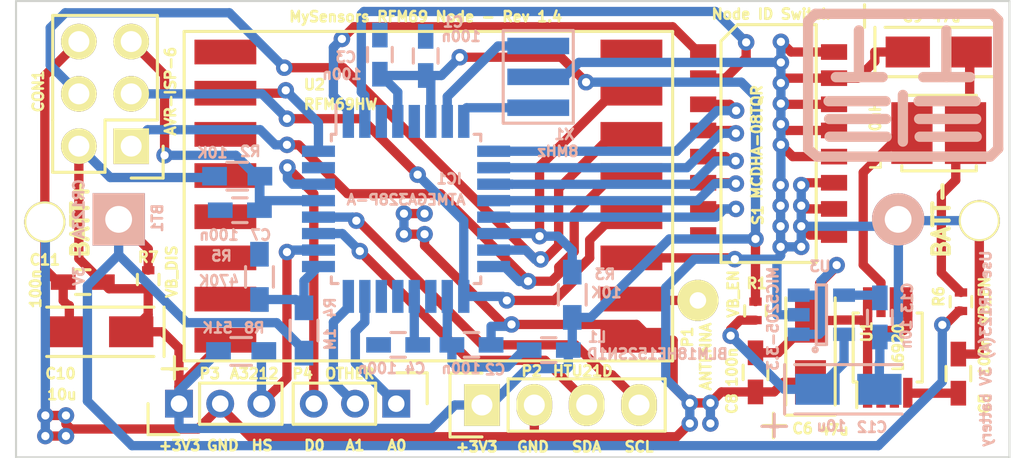
<source format=kicad_pcb>
(kicad_pcb (version 20171130) (host pcbnew "(5.1.12)-1")

  (general
    (thickness 1.6)
    (drawings 19)
    (tracks 433)
    (zones 0)
    (modules 64)
    (nets 48)
  )

  (page A4)
  (layers
    (0 F.Cu signal)
    (31 B.Cu signal)
    (32 B.Adhes user hide)
    (33 F.Adhes user hide)
    (34 B.Paste user hide)
    (35 F.Paste user hide)
    (36 B.SilkS user hide)
    (37 F.SilkS user hide)
    (38 B.Mask user hide)
    (39 F.Mask user hide)
    (40 Dwgs.User user hide)
    (41 Cmts.User user hide)
    (42 Eco1.User user hide)
    (43 Eco2.User user hide)
    (44 Edge.Cuts user)
    (45 Margin user hide)
    (46 B.CrtYd user hide)
    (47 F.CrtYd user hide)
    (48 B.Fab user hide)
    (49 F.Fab user hide)
  )

  (setup
    (last_trace_width 0.45)
    (trace_clearance 0.3)
    (zone_clearance 0.5)
    (zone_45_only yes)
    (trace_min 0.2)
    (via_size 0.8)
    (via_drill 0.4)
    (via_min_size 0.4)
    (via_min_drill 0.3)
    (uvia_size 0.3)
    (uvia_drill 0.1)
    (uvias_allowed no)
    (uvia_min_size 0.2)
    (uvia_min_drill 0.1)
    (edge_width 0.1)
    (segment_width 0.2)
    (pcb_text_width 0.3)
    (pcb_text_size 1.5 1.5)
    (mod_edge_width 0.15)
    (mod_text_size 0.35 0.35)
    (mod_text_width 0.0875)
    (pad_size 1.2 0.75)
    (pad_drill 0)
    (pad_to_mask_clearance 0)
    (aux_axis_origin 0 0)
    (visible_elements 7FFFFFFF)
    (pcbplotparams
      (layerselection 0x010fc_ffffffff)
      (usegerberextensions true)
      (usegerberattributes false)
      (usegerberadvancedattributes false)
      (creategerberjobfile false)
      (excludeedgelayer true)
      (linewidth 0.100000)
      (plotframeref false)
      (viasonmask false)
      (mode 1)
      (useauxorigin false)
      (hpglpennumber 1)
      (hpglpenspeed 20)
      (hpglpendiameter 15.000000)
      (psnegative false)
      (psa4output false)
      (plotreference true)
      (plotvalue true)
      (plotinvisibletext false)
      (padsonsilk false)
      (subtractmaskfromsilk true)
      (outputformat 1)
      (mirror false)
      (drillshape 0)
      (scaleselection 1)
      (outputdirectory "gerber/"))
  )

  (net 0 "")
  (net 1 "Net-(BT1-Pad1)")
  (net 2 GND)
  (net 3 +3V3)
  (net 4 "Net-(C2-Pad2)")
  (net 5 "Net-(C4-Pad2)")
  (net 6 "Net-(C5-Pad1)")
  (net 7 "Net-(C6-Pad2)")
  (net 8 /RESET)
  (net 9 /V_BOOST_IN)
  (net 10 /MISO)
  (net 11 /SCK)
  (net 12 /MOSI)
  (net 13 /C0)
  (net 14 /C1)
  (net 15 "Net-(IC1-Pad7)")
  (net 16 "Net-(IC1-Pad8)")
  (net 17 /C2)
  (net 18 /C3)
  (net 19 /C4)
  (net 20 /C5)
  (net 21 /C6)
  (net 22 /SS)
  (net 23 "Net-(IC1-Pad19)")
  (net 24 "Net-(IC1-Pad22)")
  (net 25 /V_BATT)
  (net 26 "Net-(IC1-Pad31)")
  (net 27 /INT)
  (net 28 "Net-(L2-Pad1)")
  (net 29 "Net-(P1-Pad1)")
  (net 30 "Net-(S1-Pad8)")
  (net 31 "Net-(U1-Pad2)")
  (net 32 "Net-(U1-Pad3)")
  (net 33 "Net-(U2-Pad1)")
  (net 34 "Net-(U2-Pad3)")
  (net 35 "Net-(U2-Pad4)")
  (net 36 "Net-(U2-Pad5)")
  (net 37 "Net-(U2-Pad6)")
  (net 38 "Net-(U2-Pad7)")
  (net 39 "Net-(U2-Pad16)")
  (net 40 /SDA)
  (net 41 /SCL)
  (net 42 "Net-(C12-Pad1)")
  (net 43 "Net-(C13-Pad1)")
  (net 44 /HALL_SENSOR)
  (net 45 /A0)
  (net 46 /A1)
  (net 47 /D0)

  (net_class Default "This is the default net class."
    (clearance 0.3)
    (trace_width 0.45)
    (via_dia 0.8)
    (via_drill 0.4)
    (uvia_dia 0.3)
    (uvia_drill 0.1)
    (add_net +3V3)
    (add_net /A0)
    (add_net /A1)
    (add_net /C0)
    (add_net /C1)
    (add_net /C2)
    (add_net /C3)
    (add_net /C4)
    (add_net /C5)
    (add_net /C6)
    (add_net /D0)
    (add_net /HALL_SENSOR)
    (add_net /INT)
    (add_net /MISO)
    (add_net /MOSI)
    (add_net /RESET)
    (add_net /SCK)
    (add_net /SCL)
    (add_net /SDA)
    (add_net /SS)
    (add_net /V_BATT)
    (add_net /V_BOOST_IN)
    (add_net GND)
    (add_net "Net-(BT1-Pad1)")
    (add_net "Net-(C12-Pad1)")
    (add_net "Net-(C13-Pad1)")
    (add_net "Net-(C2-Pad2)")
    (add_net "Net-(C4-Pad2)")
    (add_net "Net-(C5-Pad1)")
    (add_net "Net-(C6-Pad2)")
    (add_net "Net-(IC1-Pad19)")
    (add_net "Net-(IC1-Pad22)")
    (add_net "Net-(IC1-Pad31)")
    (add_net "Net-(IC1-Pad7)")
    (add_net "Net-(IC1-Pad8)")
    (add_net "Net-(L2-Pad1)")
    (add_net "Net-(P1-Pad1)")
    (add_net "Net-(S1-Pad8)")
    (add_net "Net-(U1-Pad2)")
    (add_net "Net-(U1-Pad3)")
    (add_net "Net-(U2-Pad1)")
    (add_net "Net-(U2-Pad16)")
    (add_net "Net-(U2-Pad3)")
    (add_net "Net-(U2-Pad4)")
    (add_net "Net-(U2-Pad5)")
    (add_net "Net-(U2-Pad6)")
    (add_net "Net-(U2-Pad7)")
  )

  (module myfootprints:DLJ-3015 (layer F.Cu) (tedit 580DAC1C) (tstamp 57D7E063)
    (at 143.192 83.693)
    (path /57D8357D)
    (fp_text reference L2 (at -3.048 1.3462 90) (layer F.SilkS)
      (effects (font (size 0.5 0.5) (thickness 0.125)))
    )
    (fp_text value 10uH (at -3.0734 -0.5842 90) (layer F.SilkS)
      (effects (font (size 0.5 0.5) (thickness 0.125)))
    )
    (fp_line (start -1.7907 1.836294) (end -1.7907 1.587034) (layer F.SilkS) (width 0.15))
    (fp_line (start 1.82118 1.833754) (end 1.82118 1.589921) (layer F.SilkS) (width 0.15))
    (fp_line (start 1.821184 -1.83388) (end -1.7907 -1.83388) (layer F.SilkS) (width 0.15))
    (fp_line (start 1.82118 -1.589988) (end 1.82118 -1.83388) (layer F.SilkS) (width 0.15))
    (fp_line (start -1.7907 1.83642) (end 1.81864 1.83642) (layer F.SilkS) (width 0.15))
    (fp_line (start -1.7907 -1.83388) (end -1.7907 -1.587448) (layer F.SilkS) (width 0.15))
    (pad 1 smd rect (at -1.3 0) (size 2 3) (layers F.Cu F.Paste F.Mask)
      (net 28 "Net-(L2-Pad1)"))
    (pad 2 smd rect (at 1.3 0) (size 2 3) (layers F.Cu F.Paste F.Mask)
      (net 9 /V_BOOST_IN))
    (model ${KIPRJMOD}/shapes3D/SDR0302.stp
      (at (xyz 0 0 0))
      (scale (xyz 1 1 1))
      (rotate (xyz 0 0 0))
    )
  )

  (module myfootprints:ZTTCR-3 (layer B.Cu) (tedit 5809CF68) (tstamp 57D7E12C)
    (at 123.762 80.9625 90)
    (path /575E762B)
    (attr smd)
    (fp_text reference X1 (at -2.794 1.27 180) (layer B.SilkS)
      (effects (font (size 0.5 0.5) (thickness 0.125)) (justify mirror))
    )
    (fp_text value 8MHz (at -3.6195 0.9525 180) (layer B.SilkS)
      (effects (font (size 0.5 0.5) (thickness 0.125)) (justify mirror))
    )
    (fp_line (start -2.25 -1.699285) (end -2.25 1.7) (layer B.SilkS) (width 0.15))
    (fp_line (start -2.25 1.7) (end 2.25 1.7) (layer B.SilkS) (width 0.15))
    (fp_line (start 2.25 1.7) (end 2.25 -1.7) (layer B.SilkS) (width 0.15))
    (fp_line (start 2.25 -1.7) (end -2.2479 -1.7) (layer B.SilkS) (width 0.15))
    (fp_line (start -2.4 1.85) (end 2.4 1.85) (layer B.CrtYd) (width 0.05))
    (fp_line (start 2.4 1.85) (end 2.4 -1.85) (layer B.CrtYd) (width 0.05))
    (fp_line (start 2.4 -1.85) (end -2.4 -1.85) (layer B.CrtYd) (width 0.05))
    (fp_line (start -2.4 -1.85) (end -2.4 1.85) (layer B.CrtYd) (width 0.05))
    (pad 2 smd rect (at 1.5 0 90) (size 0.8 3) (layers B.Cu B.Paste B.Mask)
      (net 15 "Net-(IC1-Pad7)"))
    (pad 3 smd rect (at 0 0 90) (size 0.8 3) (layers B.Cu B.Paste B.Mask)
      (net 2 GND))
    (pad 1 smd rect (at -1.5 0 90) (size 0.8 3) (layers B.Cu B.Paste B.Mask)
      (net 16 "Net-(IC1-Pad8)"))
    (model ${KIPRJMOD}/shapes3D/zttcr_MG_ceramic_resonator.stp
      (offset (xyz 0 -0.5 0))
      (scale (xyz 1 1 1))
      (rotate (xyz 0 0 0))
    )
  )

  (module myfootprints:1pin (layer F.Cu) (tedit 5809CED3) (tstamp 57E4F681)
    (at 135.534 84.2607)
    (descr "module 1 pin (ou trou mecanique de percage)")
    (tags DEV)
    (fp_text reference REF**_29 (at 0 -3.048) (layer F.SilkS) hide
      (effects (font (size 1 1) (thickness 0.15)))
    )
    (fp_text value 1pin (at 0 2.794) (layer F.Fab) hide
      (effects (font (size 1 1) (thickness 0.15)))
    )
    (pad "" thru_hole circle (at 0 0) (size 0.8 0.8) (drill 0.4) (layers *.Cu)
      (net 2 GND) (zone_connect 2))
  )

  (module myfootprints:1pin (layer F.Cu) (tedit 5809CED3) (tstamp 57E4F67D)
    (at 135.534 83.2607)
    (descr "module 1 pin (ou trou mecanique de percage)")
    (tags DEV)
    (fp_text reference REF**_28 (at 0 -3.048) (layer F.SilkS) hide
      (effects (font (size 1 1) (thickness 0.15)))
    )
    (fp_text value 1pin (at 0 2.794) (layer F.Fab) hide
      (effects (font (size 1 1) (thickness 0.15)))
    )
    (pad "" thru_hole circle (at 0 0) (size 0.8 0.8) (drill 0.4) (layers *.Cu)
      (net 2 GND) (zone_connect 2))
  )

  (module myfootprints:1pin (layer F.Cu) (tedit 5809CED3) (tstamp 57E4F679)
    (at 135.534 82.2607)
    (descr "module 1 pin (ou trou mecanique de percage)")
    (tags DEV)
    (fp_text reference REF**_27 (at 0 -3.048) (layer F.SilkS) hide
      (effects (font (size 1 1) (thickness 0.15)))
    )
    (fp_text value 1pin (at 0 2.794) (layer F.Fab) hide
      (effects (font (size 1 1) (thickness 0.15)))
    )
    (pad "" thru_hole circle (at 0 0) (size 0.8 0.8) (drill 0.4) (layers *.Cu)
      (net 2 GND) (zone_connect 2))
  )

  (module myfootprints:1pin (layer F.Cu) (tedit 5809CED3) (tstamp 57E4F675)
    (at 135.534 81.2607)
    (descr "module 1 pin (ou trou mecanique de percage)")
    (tags DEV)
    (fp_text reference REF**_26 (at 0 -3.048) (layer F.SilkS) hide
      (effects (font (size 1 1) (thickness 0.15)))
    )
    (fp_text value 1pin (at 0 2.794) (layer F.Fab) hide
      (effects (font (size 1 1) (thickness 0.15)))
    )
    (pad "" thru_hole circle (at 0 0) (size 0.8 0.8) (drill 0.4) (layers *.Cu)
      (net 2 GND) (zone_connect 2))
  )

  (module myfootprints:1pin (layer F.Cu) (tedit 5809CED3) (tstamp 57E4F671)
    (at 135.534 80.2607)
    (descr "module 1 pin (ou trou mecanique de percage)")
    (tags DEV)
    (fp_text reference REF**_25 (at 0 -3.048) (layer F.SilkS) hide
      (effects (font (size 1 1) (thickness 0.15)))
    )
    (fp_text value 1pin (at 0 2.794) (layer F.Fab) hide
      (effects (font (size 1 1) (thickness 0.15)))
    )
    (pad "" thru_hole circle (at 0 0) (size 0.8 0.8) (drill 0.4) (layers *.Cu)
      (net 2 GND) (zone_connect 2))
  )

  (module myfootprints:1pin (layer F.Cu) (tedit 5809CED3) (tstamp 57E4F66B)
    (at 135.534 79.2607)
    (descr "module 1 pin (ou trou mecanique de percage)")
    (tags DEV)
    (fp_text reference REF**_24 (at 0 -3.048) (layer F.SilkS) hide
      (effects (font (size 1 1) (thickness 0.15)))
    )
    (fp_text value 1pin (at 0 2.794) (layer F.Fab) hide
      (effects (font (size 1 1) (thickness 0.15)))
    )
    (pad "" thru_hole circle (at 0 0) (size 0.8 0.8) (drill 0.4) (layers *.Cu)
      (net 2 GND) (zone_connect 2))
  )

  (module myfootprints:1pin (layer F.Cu) (tedit 5809CED3) (tstamp 57E4F4B1)
    (at 118.246 88.6046)
    (descr "module 1 pin (ou trou mecanique de percage)")
    (tags DEV)
    (fp_text reference REF**_23 (at 0 -3.048) (layer F.SilkS) hide
      (effects (font (size 1 1) (thickness 0.15)))
    )
    (fp_text value 1pin (at 0 2.794) (layer F.Fab) hide
      (effects (font (size 1 1) (thickness 0.15)))
    )
    (pad "" thru_hole circle (at 0 0) (size 0.8 0.8) (drill 0.4) (layers *.Cu)
      (net 2 GND) (zone_connect 2))
  )

  (module myfootprints:1pin (layer F.Cu) (tedit 5809CED3) (tstamp 57E4F4AD)
    (at 117.246 88.6046)
    (descr "module 1 pin (ou trou mecanique de percage)")
    (tags DEV)
    (fp_text reference REF**_22 (at 0 -3.048) (layer F.SilkS) hide
      (effects (font (size 1 1) (thickness 0.15)))
    )
    (fp_text value 1pin (at 0 2.794) (layer F.Fab) hide
      (effects (font (size 1 1) (thickness 0.15)))
    )
    (pad "" thru_hole circle (at 0 0) (size 0.8 0.8) (drill 0.4) (layers *.Cu)
      (net 2 GND) (zone_connect 2))
  )

  (module myfootprints:1pin (layer F.Cu) (tedit 5809CED3) (tstamp 57E4F4A9)
    (at 118.246 87.6046)
    (descr "module 1 pin (ou trou mecanique de percage)")
    (tags DEV)
    (fp_text reference REF**_21 (at 0 -3.048) (layer F.SilkS) hide
      (effects (font (size 1 1) (thickness 0.15)))
    )
    (fp_text value 1pin (at 0 2.794) (layer F.Fab) hide
      (effects (font (size 1 1) (thickness 0.15)))
    )
    (pad "" thru_hole circle (at 0 0) (size 0.8 0.8) (drill 0.4) (layers *.Cu)
      (net 2 GND) (zone_connect 2))
  )

  (module myfootprints:1pin (layer F.Cu) (tedit 5809CED3) (tstamp 57E4F4A5)
    (at 117.246 87.6046)
    (descr "module 1 pin (ou trou mecanique de percage)")
    (tags DEV)
    (fp_text reference REF**_20 (at 0 -3.048) (layer F.SilkS) hide
      (effects (font (size 1 1) (thickness 0.15)))
    )
    (fp_text value 1pin (at 0 2.794) (layer F.Fab) hide
      (effects (font (size 1 1) (thickness 0.15)))
    )
    (pad "" thru_hole circle (at 0 0) (size 0.8 0.8) (drill 0.4) (layers *.Cu)
      (net 2 GND) (zone_connect 2))
  )

  (module myfootprints:1pin (layer F.Cu) (tedit 5809CED3) (tstamp 57E4F379)
    (at 100.847 98.409)
    (descr "module 1 pin (ou trou mecanique de percage)")
    (tags DEV)
    (fp_text reference REF**_19 (at 0 -3.048) (layer F.SilkS) hide
      (effects (font (size 1 1) (thickness 0.15)))
    )
    (fp_text value 1pin (at 0 2.794) (layer F.Fab) hide
      (effects (font (size 1 1) (thickness 0.15)))
    )
    (pad "" thru_hole circle (at 0 0) (size 0.8 0.8) (drill 0.4) (layers *.Cu)
      (net 2 GND) (zone_connect 2))
  )

  (module myfootprints:1pin (layer F.Cu) (tedit 5809CED3) (tstamp 57E4F375)
    (at 99.8474 98.409)
    (descr "module 1 pin (ou trou mecanique de percage)")
    (tags DEV)
    (fp_text reference REF**_18 (at 0 -3.048) (layer F.SilkS) hide
      (effects (font (size 1 1) (thickness 0.15)))
    )
    (fp_text value 1pin (at 0 2.794) (layer F.Fab) hide
      (effects (font (size 1 1) (thickness 0.15)))
    )
    (pad "" thru_hole circle (at 0 0) (size 0.8 0.8) (drill 0.4) (layers *.Cu)
      (net 2 GND) (zone_connect 2))
  )

  (module myfootprints:1pin (layer F.Cu) (tedit 5809CED3) (tstamp 57E4F371)
    (at 100.847 97.409)
    (descr "module 1 pin (ou trou mecanique de percage)")
    (tags DEV)
    (fp_text reference REF**_17 (at 0 -3.048) (layer F.SilkS) hide
      (effects (font (size 1 1) (thickness 0.15)))
    )
    (fp_text value 1pin (at 0 2.794) (layer F.Fab) hide
      (effects (font (size 1 1) (thickness 0.15)))
    )
    (pad "" thru_hole circle (at 0 0) (size 0.8 0.8) (drill 0.4) (layers *.Cu)
      (net 2 GND) (zone_connect 2))
  )

  (module myfootprints:1pin (layer F.Cu) (tedit 5809CED3) (tstamp 57E4F36D)
    (at 99.8474 97.409)
    (descr "module 1 pin (ou trou mecanique de percage)")
    (tags DEV)
    (fp_text reference REF**_16 (at 0 -3.048) (layer F.SilkS) hide
      (effects (font (size 1 1) (thickness 0.15)))
    )
    (fp_text value 1pin (at 0 2.794) (layer F.Fab) hide
      (effects (font (size 1 1) (thickness 0.15)))
    )
    (pad "" thru_hole circle (at 0 0) (size 0.8 0.8) (drill 0.4) (layers *.Cu)
      (net 2 GND) (zone_connect 2))
  )

  (module myfootprints:1pin (layer F.Cu) (tedit 5809CED3) (tstamp 57E4F345)
    (at 132.115 97.7994)
    (descr "module 1 pin (ou trou mecanique de percage)")
    (tags DEV)
    (fp_text reference REF**_15 (at 0 -3.048) (layer F.SilkS) hide
      (effects (font (size 1 1) (thickness 0.15)))
    )
    (fp_text value 1pin (at 0 2.794) (layer F.Fab) hide
      (effects (font (size 1 1) (thickness 0.15)))
    )
    (pad "" thru_hole circle (at 0 0) (size 0.8 0.8) (drill 0.4) (layers *.Cu)
      (net 2 GND) (zone_connect 2))
  )

  (module myfootprints:1pin (layer F.Cu) (tedit 5809CED3) (tstamp 57E4F341)
    (at 131.115 97.7994)
    (descr "module 1 pin (ou trou mecanique de percage)")
    (tags DEV)
    (fp_text reference REF**_14 (at 0 -3.048) (layer F.SilkS) hide
      (effects (font (size 1 1) (thickness 0.15)))
    )
    (fp_text value 1pin (at 0 2.794) (layer F.Fab) hide
      (effects (font (size 1 1) (thickness 0.15)))
    )
    (pad "" thru_hole circle (at 0 0) (size 0.8 0.8) (drill 0.4) (layers *.Cu)
      (net 2 GND) (zone_connect 2))
  )

  (module myfootprints:1pin (layer F.Cu) (tedit 5809CED3) (tstamp 57E4F33D)
    (at 132.115 96.7994)
    (descr "module 1 pin (ou trou mecanique de percage)")
    (tags DEV)
    (fp_text reference REF**_13 (at 0 -3.048) (layer F.SilkS) hide
      (effects (font (size 1 1) (thickness 0.15)))
    )
    (fp_text value 1pin (at 0 2.794) (layer F.Fab) hide
      (effects (font (size 1 1) (thickness 0.15)))
    )
    (pad "" thru_hole circle (at 0 0) (size 0.8 0.8) (drill 0.4) (layers *.Cu)
      (net 2 GND) (zone_connect 2))
  )

  (module myfootprints:1pin (layer F.Cu) (tedit 5809CED3) (tstamp 57E4F339)
    (at 131.115 96.7994)
    (descr "module 1 pin (ou trou mecanique de percage)")
    (tags DEV)
    (fp_text reference REF**_12 (at 0 -3.048) (layer F.SilkS) hide
      (effects (font (size 1 1) (thickness 0.15)))
    )
    (fp_text value 1pin (at 0 2.794) (layer F.Fab) hide
      (effects (font (size 1 1) (thickness 0.15)))
    )
    (pad "" thru_hole circle (at 0 0) (size 0.8 0.8) (drill 0.4) (layers *.Cu)
      (net 2 GND) (zone_connect 2))
  )

  (module myfootprints:1pin (layer F.Cu) (tedit 5809CED3) (tstamp 57E4F19D)
    (at 136.522 89.2203)
    (descr "module 1 pin (ou trou mecanique de percage)")
    (tags DEV)
    (fp_text reference REF**_11 (at 0 -3.048) (layer F.SilkS) hide
      (effects (font (size 1 1) (thickness 0.15)))
    )
    (fp_text value 1pin (at 0 2.794) (layer F.Fab) hide
      (effects (font (size 1 1) (thickness 0.15)))
    )
    (pad "" thru_hole circle (at 0 0) (size 0.8 0.8) (drill 0.4) (layers *.Cu)
      (net 2 GND) (zone_connect 2))
  )

  (module myfootprints:1pin (layer F.Cu) (tedit 5809CED3) (tstamp 57E4F199)
    (at 135.522 89.2203)
    (descr "module 1 pin (ou trou mecanique de percage)")
    (tags DEV)
    (fp_text reference REF**_10 (at 0 -3.048) (layer F.SilkS) hide
      (effects (font (size 1 1) (thickness 0.15)))
    )
    (fp_text value 1pin (at 0 2.794) (layer F.Fab) hide
      (effects (font (size 1 1) (thickness 0.15)))
    )
    (pad "" thru_hole circle (at 0 0) (size 0.8 0.8) (drill 0.4) (layers *.Cu)
      (net 2 GND) (zone_connect 2))
  )

  (module myfootprints:1pin (layer F.Cu) (tedit 5809CED3) (tstamp 57E4F195)
    (at 136.522 88.2203)
    (descr "module 1 pin (ou trou mecanique de percage)")
    (tags DEV)
    (fp_text reference REF**_9 (at 0 -3.048) (layer F.SilkS) hide
      (effects (font (size 1 1) (thickness 0.15)))
    )
    (fp_text value 1pin (at 0 2.794) (layer F.Fab) hide
      (effects (font (size 1 1) (thickness 0.15)))
    )
    (pad "" thru_hole circle (at 0 0) (size 0.8 0.8) (drill 0.4) (layers *.Cu)
      (net 2 GND) (zone_connect 2))
  )

  (module myfootprints:1pin (layer F.Cu) (tedit 5809CED3) (tstamp 57E4F191)
    (at 135.522 88.2203)
    (descr "module 1 pin (ou trou mecanique de percage)")
    (tags DEV)
    (fp_text reference REF**_8 (at 0 -3.048) (layer F.SilkS) hide
      (effects (font (size 1 1) (thickness 0.15)))
    )
    (fp_text value 1pin (at 0 2.794) (layer F.Fab) hide
      (effects (font (size 1 1) (thickness 0.15)))
    )
    (pad "" thru_hole circle (at 0 0) (size 0.8 0.8) (drill 0.4) (layers *.Cu)
      (net 2 GND) (zone_connect 2))
  )

  (module myfootprints:1pin (layer F.Cu) (tedit 5809CED3) (tstamp 57E4F18D)
    (at 136.522 87.2203)
    (descr "module 1 pin (ou trou mecanique de percage)")
    (tags DEV)
    (fp_text reference REF**_7 (at 0 -3.048) (layer F.SilkS) hide
      (effects (font (size 1 1) (thickness 0.15)))
    )
    (fp_text value 1pin (at 0 2.794) (layer F.Fab) hide
      (effects (font (size 1 1) (thickness 0.15)))
    )
    (pad "" thru_hole circle (at 0 0) (size 0.8 0.8) (drill 0.4) (layers *.Cu)
      (net 2 GND) (zone_connect 2))
  )

  (module myfootprints:1pin (layer F.Cu) (tedit 5809CED3) (tstamp 57E4F189)
    (at 135.522 87.2203)
    (descr "module 1 pin (ou trou mecanique de percage)")
    (tags DEV)
    (fp_text reference REF**_6 (at 0 -3.048) (layer F.SilkS) hide
      (effects (font (size 1 1) (thickness 0.15)))
    )
    (fp_text value 1pin (at 0 2.794) (layer F.Fab) hide
      (effects (font (size 1 1) (thickness 0.15)))
    )
    (pad "" thru_hole circle (at 0 0) (size 0.8 0.8) (drill 0.4) (layers *.Cu)
      (net 2 GND) (zone_connect 2))
  )

  (module myfootprints:1pin (layer F.Cu) (tedit 5809CED3) (tstamp 57E4F185)
    (at 136.522 86.2203)
    (descr "module 1 pin (ou trou mecanique de percage)")
    (tags DEV)
    (fp_text reference REF**_5 (at 0 -3.048) (layer F.SilkS) hide
      (effects (font (size 1 1) (thickness 0.15)))
    )
    (fp_text value 1pin (at 0 2.794) (layer F.Fab) hide
      (effects (font (size 1 1) (thickness 0.15)))
    )
    (pad "" thru_hole circle (at 0 0) (size 0.8 0.8) (drill 0.4) (layers *.Cu)
      (net 2 GND) (zone_connect 2))
  )

  (module Mounting_Holes:MountingHole_2.2mm_M2_ISO14580_Pad locked (layer F.Cu) (tedit 5809CED3) (tstamp 57DA7E2A)
    (at 145.161 87.9475)
    (descr "Mounting Hole 2.2mm, M2, ISO14580")
    (tags "mounting hole 2.2mm m2 iso14580")
    (fp_text reference REF**_4 (at 0 -2.9) (layer F.SilkS) hide
      (effects (font (size 0.5 0.5) (thickness 0.125)))
    )
    (fp_text value MountingHole_2.2mm_M2_ISO14580_Pad (at 0 2.9) (layer F.Fab) hide
      (effects (font (size 0.5 0.5) (thickness 0.125)))
    )
    (fp_circle (center 0 0) (end 2.15 0) (layer F.CrtYd) (width 0.05))
    (fp_circle (center 0 0) (end 1.9 0) (layer Cmts.User) (width 0.15))
    (pad "" thru_hole circle (at 0 0) (size 2 2) (drill 1.8) (layers *.Cu *.Mask F.SilkS)
      (net 2 GND) (zone_connect 2))
  )

  (module mysensors_connectors:CR123_holder (layer B.Cu) (tedit 5809CED3) (tstamp 57D7DF7C)
    (at 103.404 87.884 270)
    (descr "CR123 battery holder")
    (tags "Battery holder, CR123")
    (path /57DA7173)
    (fp_text reference BT1 (at -0.0635 -1.879 90) (layer B.SilkS)
      (effects (font (size 0.5 0.5) (thickness 0.125)) (justify mirror))
    )
    (fp_text value "CR123A - 3V" (at 0.635 1.931 270) (layer B.SilkS)
      (effects (font (size 0.5 0.5) (thickness 0.125)) (justify mirror))
    )
    (fp_line (start -9.25 2.75) (end -9.25 -40.25) (layer B.CrtYd) (width 0.15))
    (fp_line (start -9.25 -40.25) (end 9.25 -40.25) (layer B.CrtYd) (width 0.15))
    (fp_line (start 9.25 2.75) (end 9.25 -40.25) (layer B.CrtYd) (width 0.15))
    (fp_line (start -9.25 2.75) (end 9.25 2.75) (layer B.CrtYd) (width 0.15))
    (pad 1 thru_hole rect (at 0 0 270) (size 2.54 2.54) (drill 1.3) (layers *.Cu *.Mask B.SilkS)
      (net 1 "Net-(BT1-Pad1)"))
    (pad 2 thru_hole circle (at 0 -37.82 270) (size 2.54 2.54) (drill 1.3) (layers *.Cu *.Mask B.SilkS)
      (net 2 GND))
    (pad "" np_thru_hole circle (at 8.1 0 270) (size 1.98 1.98) (drill 1.98) (layers *.Cu Dwgs.User))
    (model ${KIPRJMOD}/shapes3D/cr123_holder.stp
      (offset (xyz 0 0 1.999999969963014))
      (scale (xyz 1 1 1))
      (rotate (xyz 0 0 0))
    )
  )

  (module Resistors_SMD:R_0402 (layer F.Cu) (tedit 5809CED3) (tstamp 57D7E0C4)
    (at 104.838 90.805 90)
    (descr "Resistor SMD 0402, reflow soldering, Vishay (see dcrcw.pdf)")
    (tags "resistor 0402")
    (path /57D89F15)
    (attr smd)
    (fp_text reference R7 (at 1.0795 0 180) (layer F.SilkS)
      (effects (font (size 0.5 0.5) (thickness 0.125)))
    )
    (fp_text value VB_DIS (at 0.381 1.143 270) (layer F.SilkS)
      (effects (font (size 0.5 0.5) (thickness 0.125)))
    )
    (fp_line (start -0.25 0.525) (end 0.25 0.525) (layer F.SilkS) (width 0.15))
    (fp_line (start 0.25 -0.525) (end -0.25 -0.525) (layer F.SilkS) (width 0.15))
    (fp_line (start 0.95 -0.65) (end 0.95 0.65) (layer F.CrtYd) (width 0.05))
    (fp_line (start -0.95 -0.65) (end -0.95 0.65) (layer F.CrtYd) (width 0.05))
    (fp_line (start -0.95 0.65) (end 0.95 0.65) (layer F.CrtYd) (width 0.05))
    (fp_line (start -0.95 -0.65) (end 0.95 -0.65) (layer F.CrtYd) (width 0.05))
    (pad 1 smd rect (at -0.45 0 90) (size 0.4 0.6) (layers F.Cu F.Paste F.Mask)
      (net 3 +3V3))
    (pad 2 smd rect (at 0.45 0 90) (size 0.4 0.6) (layers F.Cu F.Paste F.Mask)
      (net 1 "Net-(BT1-Pad1)"))
  )

  (module Capacitors_Tantalum_SMD:TantalC_SizeA_EIA-3216_Wave (layer F.Cu) (tedit 5809CED3) (tstamp 57D7DFC3)
    (at 136.97 94.2975 90)
    (descr "Tantal Cap. , Size A, EIA-3216, Wave,")
    (tags "Tantal Cap. , Size A, EIA-3216, Wave,")
    (path /57D82090)
    (attr smd)
    (fp_text reference C6 (at -3.7465 -0.381 180) (layer F.SilkS)
      (effects (font (size 0.5 0.5) (thickness 0.125)))
    )
    (fp_text value 47u (at -3.81 1.143 180) (layer F.SilkS)
      (effects (font (size 0.5 0.5) (thickness 0.125)))
    )
    (fp_line (start -3.09626 -1.19888) (end -3.09626 1.19888) (layer F.SilkS) (width 0.15))
    (fp_line (start -4.19862 -1.79832) (end -2.99974 -1.79832) (layer F.SilkS) (width 0.15))
    (fp_line (start -3.59918 -2.2987) (end -3.59918 -1.19888) (layer F.SilkS) (width 0.15))
    (fp_line (start 2.60096 -1.19888) (end -2.60096 -1.19888) (layer F.SilkS) (width 0.15))
    (fp_line (start -2.60096 1.19888) (end 2.60096 1.19888) (layer F.SilkS) (width 0.15))
    (fp_text user + (at -3.59918 -1.80086 90) (layer F.SilkS)
      (effects (font (size 0.5 0.5) (thickness 0.125)))
    )
    (pad 2 smd rect (at 1.50114 0 90) (size 2.14884 1.50114) (layers F.Cu F.Paste F.Mask)
      (net 7 "Net-(C6-Pad2)"))
    (pad 1 smd rect (at -1.50114 0 90) (size 2.14884 1.50114) (layers F.Cu F.Paste F.Mask)
      (net 2 GND))
    (model ${KIPRJMOD}/shapes3D/Tantalum_A_3216H18.stp
      (at (xyz 0 0 0))
      (scale (xyz 1 1 1))
      (rotate (xyz 0 0 180))
    )
  )

  (module Capacitors_SMD:C_0603_HandSoldering (layer B.Cu) (tedit 64E00EC3) (tstamp 57D7DF88)
    (at 118.3 79.9465 90)
    (descr "Capacitor SMD 0603, hand soldering")
    (tags "capacitor 0603")
    (path /575E8F9B)
    (attr smd)
    (fp_text reference C1 (at 1.651 1.3335 180) (layer B.SilkS)
      (effects (font (size 0.5 0.5) (thickness 0.125)) (justify mirror))
    )
    (fp_text value 100n (at 0.9525 1.7145 180) (layer B.SilkS)
      (effects (font (size 0.5 0.5) (thickness 0.125)) (justify mirror))
    )
    (fp_line (start 0.35 -0.6) (end -0.35 -0.6) (layer B.SilkS) (width 0.15))
    (fp_line (start -0.35 0.6) (end 0.35 0.6) (layer B.SilkS) (width 0.15))
    (fp_line (start 1.85 0.75) (end 1.85 -0.75) (layer B.CrtYd) (width 0.05))
    (fp_line (start -1.85 0.75) (end -1.85 -0.75) (layer B.CrtYd) (width 0.05))
    (fp_line (start -1.85 -0.75) (end 1.85 -0.75) (layer B.CrtYd) (width 0.05))
    (fp_line (start -1.85 0.75) (end 1.85 0.75) (layer B.CrtYd) (width 0.05))
    (pad 1 smd rect (at -0.95 0 90) (size 1.2 0.75) (layers B.Cu B.Paste B.Mask)
      (net 3 +3V3))
    (pad 2 smd rect (at 0.95 0 90) (size 1.2 0.75) (layers B.Cu B.Paste B.Mask))
    (model ${KIPRJMOD}/shapes3D/c_0603_h078.stp
      (at (xyz 0 0 0))
      (scale (xyz 1 1 1))
      (rotate (xyz 0 0 0))
    )
  )

  (module Capacitors_SMD:C_0603_HandSoldering (layer B.Cu) (tedit 5809CED3) (tstamp 57D7DF94)
    (at 120.523 93.98 180)
    (descr "Capacitor SMD 0603, hand soldering")
    (tags "capacitor 0603")
    (path /575E8F25)
    (attr smd)
    (fp_text reference C2 (at -1.1455 -1.2065 180) (layer B.SilkS)
      (effects (font (size 0.5 0.5) (thickness 0.125)) (justify mirror))
    )
    (fp_text value 100n (at 0.5055 -1.143 180) (layer B.SilkS)
      (effects (font (size 0.5 0.5) (thickness 0.125)) (justify mirror))
    )
    (fp_line (start 0.35 -0.6) (end -0.35 -0.6) (layer B.SilkS) (width 0.15))
    (fp_line (start -0.35 0.6) (end 0.35 0.6) (layer B.SilkS) (width 0.15))
    (fp_line (start 1.85 0.75) (end 1.85 -0.75) (layer B.CrtYd) (width 0.05))
    (fp_line (start -1.85 0.75) (end -1.85 -0.75) (layer B.CrtYd) (width 0.05))
    (fp_line (start -1.85 -0.75) (end 1.85 -0.75) (layer B.CrtYd) (width 0.05))
    (fp_line (start -1.85 0.75) (end 1.85 0.75) (layer B.CrtYd) (width 0.05))
    (pad 1 smd rect (at -0.95 0 180) (size 1.2 0.75) (layers B.Cu B.Paste B.Mask)
      (net 2 GND))
    (pad 2 smd rect (at 0.95 0 180) (size 1.2 0.75) (layers B.Cu B.Paste B.Mask)
      (net 4 "Net-(C2-Pad2)"))
    (model ${KIPRJMOD}/shapes3D/c_0603_h078.stp
      (at (xyz 0 0 0))
      (scale (xyz 1 1 1))
      (rotate (xyz 0 0 0))
    )
  )

  (module Capacitors_SMD:C_0603_HandSoldering (layer B.Cu) (tedit 64E00EBD) (tstamp 57D7DFA0)
    (at 116.078 79.883 270)
    (descr "Capacitor SMD 0603, hand soldering")
    (tags "capacitor 0603")
    (path /575E8FDA)
    (attr smd)
    (fp_text reference C3 (at 0.127 1.651) (layer B.SilkS)
      (effects (font (size 0.5 0.5) (thickness 0.125)) (justify mirror))
    )
    (fp_text value 100n (at 0.9525 1.8415) (layer B.SilkS)
      (effects (font (size 0.5 0.5) (thickness 0.125)) (justify mirror))
    )
    (fp_line (start 0.35 -0.6) (end -0.35 -0.6) (layer B.SilkS) (width 0.15))
    (fp_line (start -0.35 0.6) (end 0.35 0.6) (layer B.SilkS) (width 0.15))
    (fp_line (start 1.85 0.75) (end 1.85 -0.75) (layer B.CrtYd) (width 0.05))
    (fp_line (start -1.85 0.75) (end -1.85 -0.75) (layer B.CrtYd) (width 0.05))
    (fp_line (start -1.85 -0.75) (end 1.85 -0.75) (layer B.CrtYd) (width 0.05))
    (fp_line (start -1.85 0.75) (end 1.85 0.75) (layer B.CrtYd) (width 0.05))
    (pad 1 smd rect (at -0.95 0 270) (size 1.2 0.75) (layers B.Cu B.Paste B.Mask))
    (pad 2 smd rect (at 0.95 0 270) (size 1.2 0.75) (layers B.Cu B.Paste B.Mask)
      (net 3 +3V3))
    (model ${KIPRJMOD}/shapes3D/c_0603_h078.stp
      (at (xyz 0 0 0))
      (scale (xyz 1 1 1))
      (rotate (xyz 0 0 0))
    )
  )

  (module Capacitors_SMD:C_0603_HandSoldering (layer B.Cu) (tedit 64E00E5A) (tstamp 57D7DFAC)
    (at 116.964 93.98)
    (descr "Capacitor SMD 0603, hand soldering")
    (tags "capacitor 0603")
    (path /575E8444)
    (attr smd)
    (fp_text reference C4 (at 0.828 1.143) (layer B.SilkS)
      (effects (font (size 0.5 0.5) (thickness 0.125)) (justify mirror))
    )
    (fp_text value 100n (at -1.0135 1.143) (layer B.SilkS)
      (effects (font (size 0.5 0.5) (thickness 0.125)) (justify mirror))
    )
    (fp_line (start 0.35 -0.6) (end -0.35 -0.6) (layer B.SilkS) (width 0.15))
    (fp_line (start -0.35 0.6) (end 0.35 0.6) (layer B.SilkS) (width 0.15))
    (fp_line (start 1.85 0.75) (end 1.85 -0.75) (layer B.CrtYd) (width 0.05))
    (fp_line (start -1.85 0.75) (end -1.85 -0.75) (layer B.CrtYd) (width 0.05))
    (fp_line (start -1.85 -0.75) (end 1.85 -0.75) (layer B.CrtYd) (width 0.05))
    (fp_line (start -1.85 0.75) (end 1.85 0.75) (layer B.CrtYd) (width 0.05))
    (pad 1 smd rect (at -0.95 0) (size 1.2 0.75) (layers B.Cu B.Paste B.Mask))
    (pad 2 smd rect (at 0.95 0) (size 1.2 0.75) (layers B.Cu B.Paste B.Mask)
      (net 5 "Net-(C4-Pad2)"))
    (model ${KIPRJMOD}/shapes3D/c_0603_h078.stp
      (at (xyz 0 0 0))
      (scale (xyz 1 1 1))
      (rotate (xyz 0 0 0))
    )
  )

  (module Capacitors_SMD:C_0603_HandSoldering (layer F.Cu) (tedit 5809CED3) (tstamp 57D7DFB8)
    (at 144.145 95.377 90)
    (descr "Capacitor SMD 0603, hand soldering")
    (tags "capacitor 0603")
    (path /57D84CE5)
    (attr smd)
    (fp_text reference C5 (at -1.458 1.27 90) (layer F.SilkS)
      (effects (font (size 0.5 0.5) (thickness 0.125)))
    )
    (fp_text value 100n (at 0.828 1.27 90) (layer F.SilkS)
      (effects (font (size 0.5 0.5) (thickness 0.125)))
    )
    (fp_line (start 0.35 0.6) (end -0.35 0.6) (layer F.SilkS) (width 0.15))
    (fp_line (start -0.35 -0.6) (end 0.35 -0.6) (layer F.SilkS) (width 0.15))
    (fp_line (start 1.85 -0.75) (end 1.85 0.75) (layer F.CrtYd) (width 0.05))
    (fp_line (start -1.85 -0.75) (end -1.85 0.75) (layer F.CrtYd) (width 0.05))
    (fp_line (start -1.85 0.75) (end 1.85 0.75) (layer F.CrtYd) (width 0.05))
    (fp_line (start -1.85 -0.75) (end 1.85 -0.75) (layer F.CrtYd) (width 0.05))
    (pad 1 smd rect (at -0.95 0 90) (size 1.2 0.75) (layers F.Cu F.Paste F.Mask)
      (net 6 "Net-(C5-Pad1)"))
    (pad 2 smd rect (at 0.95 0 90) (size 1.2 0.75) (layers F.Cu F.Paste F.Mask)
      (net 2 GND))
    (model ${KIPRJMOD}/shapes3D/c_0603_h078.stp
      (at (xyz 0 0 0))
      (scale (xyz 1 1 1))
      (rotate (xyz 0 0 0))
    )
  )

  (module Capacitors_SMD:C_0603_HandSoldering (layer B.Cu) (tedit 64E00E6F) (tstamp 57D7DFCF)
    (at 109.284 87.4395)
    (descr "Capacitor SMD 0603, hand soldering")
    (tags "capacitor 0603")
    (path /575EA846)
    (attr smd)
    (fp_text reference C7 (at 1.016 1.2065) (layer B.SilkS)
      (effects (font (size 0.5 0.5) (thickness 0.125)) (justify mirror))
    )
    (fp_text value 100n (at -1.016 1.2065) (layer B.SilkS)
      (effects (font (size 0.5 0.5) (thickness 0.125)) (justify mirror))
    )
    (fp_line (start 0.35 -0.6) (end -0.35 -0.6) (layer B.SilkS) (width 0.15))
    (fp_line (start -0.35 0.6) (end 0.35 0.6) (layer B.SilkS) (width 0.15))
    (fp_line (start 1.85 0.75) (end 1.85 -0.75) (layer B.CrtYd) (width 0.05))
    (fp_line (start -1.85 0.75) (end -1.85 -0.75) (layer B.CrtYd) (width 0.05))
    (fp_line (start -1.85 -0.75) (end 1.85 -0.75) (layer B.CrtYd) (width 0.05))
    (fp_line (start -1.85 0.75) (end 1.85 0.75) (layer B.CrtYd) (width 0.05))
    (pad 1 smd rect (at -0.95 0) (size 1.2 0.75) (layers B.Cu B.Paste B.Mask))
    (pad 2 smd rect (at 0.95 0) (size 1.2 0.75) (layers B.Cu B.Paste B.Mask)
      (net 8 /RESET))
    (model ${KIPRJMOD}/shapes3D/c_0603_h078.stp
      (at (xyz 0 0 0))
      (scale (xyz 1 1 1))
      (rotate (xyz 0 0 0))
    )
  )

  (module Capacitors_SMD:C_0603_HandSoldering (layer F.Cu) (tedit 5809CED3) (tstamp 57D7DFDB)
    (at 134.302 95.316 270)
    (descr "Capacitor SMD 0603, hand soldering")
    (tags "capacitor 0603")
    (path /57D82914)
    (attr smd)
    (fp_text reference C8 (at 1.5215 1.143 90) (layer F.SilkS)
      (effects (font (size 0.5 0.5) (thickness 0.125)))
    )
    (fp_text value 100n (at -0.2565 1.143 270) (layer F.SilkS)
      (effects (font (size 0.5 0.5) (thickness 0.125)))
    )
    (fp_line (start 0.35 0.6) (end -0.35 0.6) (layer F.SilkS) (width 0.15))
    (fp_line (start -0.35 -0.6) (end 0.35 -0.6) (layer F.SilkS) (width 0.15))
    (fp_line (start 1.85 -0.75) (end 1.85 0.75) (layer F.CrtYd) (width 0.05))
    (fp_line (start -1.85 -0.75) (end -1.85 0.75) (layer F.CrtYd) (width 0.05))
    (fp_line (start -1.85 0.75) (end 1.85 0.75) (layer F.CrtYd) (width 0.05))
    (fp_line (start -1.85 -0.75) (end 1.85 -0.75) (layer F.CrtYd) (width 0.05))
    (pad 1 smd rect (at -0.95 0 270) (size 1.2 0.75) (layers F.Cu F.Paste F.Mask)
      (net 7 "Net-(C6-Pad2)"))
    (pad 2 smd rect (at 0.95 0 270) (size 1.2 0.75) (layers F.Cu F.Paste F.Mask)
      (net 2 GND))
    (model ${KIPRJMOD}/shapes3D/c_0603_h078.stp
      (at (xyz 0 0 0))
      (scale (xyz 1 1 1))
      (rotate (xyz 0 0 0))
    )
  )

  (module Capacitors_SMD:C_0603_HandSoldering (layer F.Cu) (tedit 5809CED3) (tstamp 57D7DFFD)
    (at 101.664 90.932 180)
    (descr "Capacitor SMD 0603, hand soldering")
    (tags "capacitor 0603")
    (path /57D80C84)
    (attr smd)
    (fp_text reference C11 (at 1.8415 1.0795 180) (layer F.SilkS)
      (effects (font (size 0.5 0.5) (thickness 0.125)))
    )
    (fp_text value 100n (at 2.286 -0.3175 90) (layer F.SilkS)
      (effects (font (size 0.5 0.5) (thickness 0.125)))
    )
    (fp_line (start 0.35 0.6) (end -0.35 0.6) (layer F.SilkS) (width 0.15))
    (fp_line (start -0.35 -0.6) (end 0.35 -0.6) (layer F.SilkS) (width 0.15))
    (fp_line (start 1.85 -0.75) (end 1.85 0.75) (layer F.CrtYd) (width 0.05))
    (fp_line (start -1.85 -0.75) (end -1.85 0.75) (layer F.CrtYd) (width 0.05))
    (fp_line (start -1.85 0.75) (end 1.85 0.75) (layer F.CrtYd) (width 0.05))
    (fp_line (start -1.85 -0.75) (end 1.85 -0.75) (layer F.CrtYd) (width 0.05))
    (pad 1 smd rect (at -0.95 0 180) (size 1.2 0.75) (layers F.Cu F.Paste F.Mask)
      (net 3 +3V3))
    (pad 2 smd rect (at 0.95 0 180) (size 1.2 0.75) (layers F.Cu F.Paste F.Mask)
      (net 2 GND))
    (model ${KIPRJMOD}/shapes3D/c_0603_h078.stp
      (at (xyz 0 0 0))
      (scale (xyz 1 1 1))
      (rotate (xyz 0 0 0))
    )
  )

  (module Housings_QFP:TQFP-32_7x7mm_Pitch0.8mm (layer B.Cu) (tedit 64E00EAE) (tstamp 57D7E04B)
    (at 117.348 87.376 270)
    (descr "32-Lead Plastic Thin Quad Flatpack (PT) - 7x7x1.0 mm Body, 2.00 mm [TQFP] (see Microchip Packaging Specification 00000049BS.pdf)")
    (tags "QFP 0.8")
    (path /575E6E29)
    (attr smd)
    (fp_text reference IC1 (at 0 -1.27 270) (layer B.SilkS) hide
      (effects (font (size 0.5 0.5) (thickness 0.125)) (justify mirror))
    )
    (fp_text value ATMEGA328P-A (at -0.4445 0) (layer B.SilkS)
      (effects (font (size 0.5 0.5) (thickness 0.125)) (justify mirror))
    )
    (fp_line (start -3.625 3.4) (end -5.05 3.4) (layer B.SilkS) (width 0.15))
    (fp_line (start 3.625 3.625) (end 3.3 3.625) (layer B.SilkS) (width 0.15))
    (fp_line (start 3.625 -3.625) (end 3.3 -3.625) (layer B.SilkS) (width 0.15))
    (fp_line (start -3.625 -3.625) (end -3.3 -3.625) (layer B.SilkS) (width 0.15))
    (fp_line (start -3.625 3.625) (end -3.3 3.625) (layer B.SilkS) (width 0.15))
    (fp_line (start -3.625 -3.625) (end -3.625 -3.3) (layer B.SilkS) (width 0.15))
    (fp_line (start 3.625 -3.625) (end 3.625 -3.3) (layer B.SilkS) (width 0.15))
    (fp_line (start 3.625 3.625) (end 3.625 3.3) (layer B.SilkS) (width 0.15))
    (fp_line (start -3.625 3.625) (end -3.625 3.4) (layer B.SilkS) (width 0.15))
    (fp_line (start -5.3 -5.3) (end 5.3 -5.3) (layer B.CrtYd) (width 0.05))
    (fp_line (start -5.3 5.3) (end 5.3 5.3) (layer B.CrtYd) (width 0.05))
    (fp_line (start 5.3 5.3) (end 5.3 -5.3) (layer B.CrtYd) (width 0.05))
    (fp_line (start -5.3 5.3) (end -5.3 -5.3) (layer B.CrtYd) (width 0.05))
    (fp_line (start -3.5 2.5) (end -2.5 3.5) (layer B.Fab) (width 0.15))
    (fp_line (start -3.5 -3.5) (end -3.5 2.5) (layer B.Fab) (width 0.15))
    (fp_line (start 3.5 -3.5) (end -3.5 -3.5) (layer B.Fab) (width 0.15))
    (fp_line (start 3.5 3.5) (end 3.5 -3.5) (layer B.Fab) (width 0.15))
    (fp_line (start -2.5 3.5) (end 3.5 3.5) (layer B.Fab) (width 0.15))
    (fp_text user %R (at -1.4605 -2.0955) (layer B.SilkS)
      (effects (font (size 0.5 0.5) (thickness 0.125)) (justify mirror))
    )
    (pad 1 smd rect (at -4.25 2.8 270) (size 1.6 0.55) (layers B.Cu B.Paste B.Mask)
      (net 13 /C0))
    (pad 2 smd rect (at -4.25 2 270) (size 1.6 0.55) (layers B.Cu B.Paste B.Mask)
      (net 14 /C1))
    (pad 3 smd rect (at -4.25 1.2 270) (size 1.6 0.55) (layers B.Cu B.Paste B.Mask))
    (pad 4 smd rect (at -4.25 0.4 270) (size 1.6 0.55) (layers B.Cu B.Paste B.Mask)
      (net 3 +3V3))
    (pad 5 smd rect (at -4.25 -0.4 270) (size 1.6 0.55) (layers B.Cu B.Paste B.Mask))
    (pad 6 smd rect (at -4.25 -1.2 270) (size 1.6 0.55) (layers B.Cu B.Paste B.Mask)
      (net 3 +3V3))
    (pad 7 smd rect (at -4.25 -2 270) (size 1.6 0.55) (layers B.Cu B.Paste B.Mask)
      (net 15 "Net-(IC1-Pad7)"))
    (pad 8 smd rect (at -4.25 -2.8 270) (size 1.6 0.55) (layers B.Cu B.Paste B.Mask)
      (net 16 "Net-(IC1-Pad8)"))
    (pad 9 smd rect (at -2.8 -4.25 180) (size 1.6 0.55) (layers B.Cu B.Paste B.Mask)
      (net 17 /C2))
    (pad 10 smd rect (at -2 -4.25 180) (size 1.6 0.55) (layers B.Cu B.Paste B.Mask)
      (net 18 /C3))
    (pad 11 smd rect (at -1.2 -4.25 180) (size 1.6 0.55) (layers B.Cu B.Paste B.Mask)
      (net 19 /C4))
    (pad 12 smd rect (at -0.4 -4.25 180) (size 1.6 0.55) (layers B.Cu B.Paste B.Mask)
      (net 20 /C5))
    (pad 13 smd rect (at 0.4 -4.25 180) (size 1.6 0.55) (layers B.Cu B.Paste B.Mask)
      (net 21 /C6))
    (pad 14 smd rect (at 1.2 -4.25 180) (size 1.6 0.55) (layers B.Cu B.Paste B.Mask)
      (net 22 /SS))
    (pad 15 smd rect (at 2 -4.25 180) (size 1.6 0.55) (layers B.Cu B.Paste B.Mask)
      (net 12 /MOSI))
    (pad 16 smd rect (at 2.8 -4.25 180) (size 1.6 0.55) (layers B.Cu B.Paste B.Mask)
      (net 10 /MISO))
    (pad 17 smd rect (at 4.25 -2.8 270) (size 1.6 0.55) (layers B.Cu B.Paste B.Mask)
      (net 11 /SCK))
    (pad 18 smd rect (at 4.25 -2 270) (size 1.6 0.55) (layers B.Cu B.Paste B.Mask)
      (net 4 "Net-(C2-Pad2)"))
    (pad 19 smd rect (at 4.25 -1.2 270) (size 1.6 0.55) (layers B.Cu B.Paste B.Mask)
      (net 23 "Net-(IC1-Pad19)"))
    (pad 20 smd rect (at 4.25 -0.4 270) (size 1.6 0.55) (layers B.Cu B.Paste B.Mask)
      (net 5 "Net-(C4-Pad2)"))
    (pad 21 smd rect (at 4.25 0.4 270) (size 1.6 0.55) (layers B.Cu B.Paste B.Mask))
    (pad 22 smd rect (at 4.25 1.2 270) (size 1.6 0.55) (layers B.Cu B.Paste B.Mask)
      (net 24 "Net-(IC1-Pad22)"))
    (pad 23 smd rect (at 4.25 2 270) (size 1.6 0.55) (layers B.Cu B.Paste B.Mask)
      (net 45 /A0))
    (pad 24 smd rect (at 4.25 2.8 270) (size 1.6 0.55) (layers B.Cu B.Paste B.Mask)
      (net 46 /A1))
    (pad 25 smd rect (at 2.8 4.25 180) (size 1.6 0.55) (layers B.Cu B.Paste B.Mask)
      (net 25 /V_BATT))
    (pad 26 smd rect (at 2 4.25 180) (size 1.6 0.55) (layers B.Cu B.Paste B.Mask)
      (net 44 /HALL_SENSOR))
    (pad 27 smd rect (at 1.2 4.25 180) (size 1.6 0.55) (layers B.Cu B.Paste B.Mask)
      (net 40 /SDA))
    (pad 28 smd rect (at 0.4 4.25 180) (size 1.6 0.55) (layers B.Cu B.Paste B.Mask)
      (net 41 /SCL))
    (pad 29 smd rect (at -0.4 4.25 180) (size 1.6 0.55) (layers B.Cu B.Paste B.Mask)
      (net 8 /RESET))
    (pad 30 smd rect (at -1.2 4.25 180) (size 1.6 0.55) (layers B.Cu B.Paste B.Mask)
      (net 47 /D0))
    (pad 31 smd rect (at -2 4.25 180) (size 1.6 0.55) (layers B.Cu B.Paste B.Mask)
      (net 26 "Net-(IC1-Pad31)"))
    (pad 32 smd rect (at -2.8 4.25 180) (size 1.6 0.55) (layers B.Cu B.Paste B.Mask)
      (net 27 /INT))
    (model ${KIPRJMOD}/shapes3D/qfp32_7x7_p08.stp
      (at (xyz 0 0 0))
      (scale (xyz 1 1 1))
      (rotate (xyz 0 0 0))
    )
  )

  (module Capacitors_SMD:C_0603_HandSoldering (layer B.Cu) (tedit 5809CED3) (tstamp 57D7E057)
    (at 124.27 94.234 180)
    (descr "Capacitor SMD 0603, hand soldering")
    (tags "capacitor 0603")
    (path /57D7CB09)
    (attr smd)
    (fp_text reference L1 (at -2.3495 0.635 180) (layer B.SilkS)
      (effects (font (size 0.5 0.5) (thickness 0.125)) (justify mirror))
    )
    (fp_text value BLM18HE152SN1D (at -5.2705 -0.1905 180) (layer B.SilkS)
      (effects (font (size 0.5 0.5) (thickness 0.125)) (justify mirror))
    )
    (fp_line (start 0.35 -0.6) (end -0.35 -0.6) (layer B.SilkS) (width 0.15))
    (fp_line (start -0.35 0.6) (end 0.35 0.6) (layer B.SilkS) (width 0.15))
    (fp_line (start 1.85 0.75) (end 1.85 -0.75) (layer B.CrtYd) (width 0.05))
    (fp_line (start -1.85 0.75) (end -1.85 -0.75) (layer B.CrtYd) (width 0.05))
    (fp_line (start -1.85 -0.75) (end 1.85 -0.75) (layer B.CrtYd) (width 0.05))
    (fp_line (start -1.85 0.75) (end 1.85 0.75) (layer B.CrtYd) (width 0.05))
    (pad 1 smd rect (at -0.95 0 180) (size 1.2 0.75) (layers B.Cu B.Paste B.Mask)
      (net 3 +3V3))
    (pad 2 smd rect (at 0.95 0 180) (size 1.2 0.75) (layers B.Cu B.Paste B.Mask)
      (net 4 "Net-(C2-Pad2)"))
    (model ${KIPRJMOD}/shapes3D/c_0603_h078.stp
      (at (xyz 0 0 0))
      (scale (xyz 1 1 1))
      (rotate (xyz 0 0 0))
    )
  )

  (module Resistors_SMD:R_0402 (layer F.Cu) (tedit 5809CED3) (tstamp 57D7E07C)
    (at 134.302 92.329 90)
    (descr "Resistor SMD 0402, reflow soldering, Vishay (see dcrcw.pdf)")
    (tags "resistor 0402")
    (path /57D86E54)
    (attr smd)
    (fp_text reference R1 (at 1.3335 0.0635 180) (layer F.SilkS)
      (effects (font (size 0.5 0.5) (thickness 0.125)))
    )
    (fp_text value VB_EN (at 0.8255 -1.0795 90) (layer F.SilkS)
      (effects (font (size 0.5 0.5) (thickness 0.125)))
    )
    (fp_line (start -0.25 0.525) (end 0.25 0.525) (layer F.SilkS) (width 0.15))
    (fp_line (start 0.25 -0.525) (end -0.25 -0.525) (layer F.SilkS) (width 0.15))
    (fp_line (start 0.95 -0.65) (end 0.95 0.65) (layer F.CrtYd) (width 0.05))
    (fp_line (start -0.95 -0.65) (end -0.95 0.65) (layer F.CrtYd) (width 0.05))
    (fp_line (start -0.95 0.65) (end 0.95 0.65) (layer F.CrtYd) (width 0.05))
    (fp_line (start -0.95 -0.65) (end 0.95 -0.65) (layer F.CrtYd) (width 0.05))
    (pad 1 smd rect (at -0.45 0 90) (size 0.4 0.6) (layers F.Cu F.Paste F.Mask)
      (net 42 "Net-(C12-Pad1)"))
    (pad 2 smd rect (at 0.45 0 90) (size 0.4 0.6) (layers F.Cu F.Paste F.Mask)
      (net 3 +3V3))
  )

  (module Resistors_SMD:R_0603_HandSoldering (layer B.Cu) (tedit 5809CED3) (tstamp 57D7E088)
    (at 109.156 85.7885)
    (descr "Resistor SMD 0603, hand soldering")
    (tags "resistor 0603")
    (path /575E9FD3)
    (attr smd)
    (fp_text reference R2 (at 0.635 -1.2065) (layer B.SilkS)
      (effects (font (size 0.5 0.5) (thickness 0.125)) (justify mirror))
    )
    (fp_text value 10K (at -1.2065 -1.143) (layer B.SilkS)
      (effects (font (size 0.5 0.5) (thickness 0.125)) (justify mirror))
    )
    (fp_line (start -0.5 0.675) (end 0.5 0.675) (layer B.SilkS) (width 0.15))
    (fp_line (start 0.5 -0.675) (end -0.5 -0.675) (layer B.SilkS) (width 0.15))
    (fp_line (start 2 0.8) (end 2 -0.8) (layer B.CrtYd) (width 0.05))
    (fp_line (start -2 0.8) (end -2 -0.8) (layer B.CrtYd) (width 0.05))
    (fp_line (start -2 -0.8) (end 2 -0.8) (layer B.CrtYd) (width 0.05))
    (fp_line (start -2 0.8) (end 2 0.8) (layer B.CrtYd) (width 0.05))
    (pad 1 smd rect (at -1.1 0) (size 1.2 0.9) (layers B.Cu B.Paste B.Mask)
      (net 3 +3V3))
    (pad 2 smd rect (at 1.1 0) (size 1.2 0.9) (layers B.Cu B.Paste B.Mask)
      (net 8 /RESET))
    (model ${KIPRJMOD}/shapes3D/r_0603_h078.stp
      (at (xyz 0 0 0))
      (scale (xyz 1 1 1))
      (rotate (xyz 0 0 0))
    )
  )

  (module Resistors_SMD:R_0603_HandSoldering (layer B.Cu) (tedit 5809CED3) (tstamp 57D7E094)
    (at 125.412 91.5465 270)
    (descr "Resistor SMD 0603, hand soldering")
    (tags "resistor 0603")
    (path /575ECDD9)
    (attr smd)
    (fp_text reference R3 (at -0.9955 -1.5875) (layer B.SilkS)
      (effects (font (size 0.5 0.5) (thickness 0.125)) (justify mirror))
    )
    (fp_text value 10K (at -0.1065 -1.651) (layer B.SilkS)
      (effects (font (size 0.5 0.5) (thickness 0.125)) (justify mirror))
    )
    (fp_line (start -0.5 0.675) (end 0.5 0.675) (layer B.SilkS) (width 0.15))
    (fp_line (start 0.5 -0.675) (end -0.5 -0.675) (layer B.SilkS) (width 0.15))
    (fp_line (start 2 0.8) (end 2 -0.8) (layer B.CrtYd) (width 0.05))
    (fp_line (start -2 0.8) (end -2 -0.8) (layer B.CrtYd) (width 0.05))
    (fp_line (start -2 -0.8) (end 2 -0.8) (layer B.CrtYd) (width 0.05))
    (fp_line (start -2 0.8) (end 2 0.8) (layer B.CrtYd) (width 0.05))
    (pad 1 smd rect (at -1.1 0 270) (size 1.2 0.9) (layers B.Cu B.Paste B.Mask)
      (net 22 /SS))
    (pad 2 smd rect (at 1.1 0 270) (size 1.2 0.9) (layers B.Cu B.Paste B.Mask)
      (net 3 +3V3))
    (model ${KIPRJMOD}/shapes3D/r_0603_h078.stp
      (at (xyz 0 0 0))
      (scale (xyz 1 1 1))
      (rotate (xyz 0 0 0))
    )
  )

  (module Resistors_SMD:R_0603_HandSoldering (layer B.Cu) (tedit 5809CED3) (tstamp 57D7E0A0)
    (at 112.395 93.2815 270)
    (descr "Resistor SMD 0603, hand soldering")
    (tags "resistor 0603")
    (path /57D7E783)
    (attr smd)
    (fp_text reference R4 (at -1.1 -1.27 270) (layer B.SilkS)
      (effects (font (size 0.5 0.5) (thickness 0.125)) (justify mirror))
    )
    (fp_text value 1M (at 0.424 -1.27 270) (layer B.SilkS)
      (effects (font (size 0.5 0.5) (thickness 0.125)) (justify mirror))
    )
    (fp_line (start -0.5 0.675) (end 0.5 0.675) (layer B.SilkS) (width 0.15))
    (fp_line (start 0.5 -0.675) (end -0.5 -0.675) (layer B.SilkS) (width 0.15))
    (fp_line (start 2 0.8) (end 2 -0.8) (layer B.CrtYd) (width 0.05))
    (fp_line (start -2 0.8) (end -2 -0.8) (layer B.CrtYd) (width 0.05))
    (fp_line (start -2 -0.8) (end 2 -0.8) (layer B.CrtYd) (width 0.05))
    (fp_line (start -2 0.8) (end 2 0.8) (layer B.CrtYd) (width 0.05))
    (pad 1 smd rect (at -1.1 0 270) (size 1.2 0.9) (layers B.Cu B.Paste B.Mask)
      (net 25 /V_BATT))
    (pad 2 smd rect (at 1.1 0 270) (size 1.2 0.9) (layers B.Cu B.Paste B.Mask)
      (net 1 "Net-(BT1-Pad1)"))
    (model ${KIPRJMOD}/shapes3D/r_0603_h078.stp
      (at (xyz 0 0 0))
      (scale (xyz 1 1 1))
      (rotate (xyz 0 0 0))
    )
  )

  (module Resistors_SMD:R_0603_HandSoldering (layer B.Cu) (tedit 64E00E73) (tstamp 57D7E0AC)
    (at 110.236 90.678 270)
    (descr "Resistor SMD 0603, hand soldering")
    (tags "resistor 0603")
    (path /57D7E9FE)
    (attr smd)
    (fp_text reference R5 (at -1.016 1.8415) (layer B.SilkS)
      (effects (font (size 0.5 0.5) (thickness 0.125)) (justify mirror))
    )
    (fp_text value 470K (at 0.1905 1.9685) (layer B.SilkS)
      (effects (font (size 0.5 0.5) (thickness 0.125)) (justify mirror))
    )
    (fp_line (start -0.5 0.675) (end 0.5 0.675) (layer B.SilkS) (width 0.15))
    (fp_line (start 0.5 -0.675) (end -0.5 -0.675) (layer B.SilkS) (width 0.15))
    (fp_line (start 2 0.8) (end 2 -0.8) (layer B.CrtYd) (width 0.05))
    (fp_line (start -2 0.8) (end -2 -0.8) (layer B.CrtYd) (width 0.05))
    (fp_line (start -2 -0.8) (end 2 -0.8) (layer B.CrtYd) (width 0.05))
    (fp_line (start -2 0.8) (end 2 0.8) (layer B.CrtYd) (width 0.05))
    (pad 1 smd rect (at -1.1 0 270) (size 1.2 0.9) (layers B.Cu B.Paste B.Mask))
    (pad 2 smd rect (at 1.1 0 270) (size 1.2 0.9) (layers B.Cu B.Paste B.Mask)
      (net 25 /V_BATT))
    (model ${KIPRJMOD}/shapes3D/r_0603_h078.stp
      (at (xyz 0 0 0))
      (scale (xyz 1 1 1))
      (rotate (xyz 0 0 0))
    )
  )

  (module Resistors_SMD:R_0402 (layer F.Cu) (tedit 5809CED3) (tstamp 57D7E0B8)
    (at 144.272 91.8845 90)
    (descr "Resistor SMD 0402, reflow soldering, Vishay (see dcrcw.pdf)")
    (tags "resistor 0402")
    (path /57D89877)
    (attr smd)
    (fp_text reference R6 (at 0.254 -1.0795 270) (layer F.SilkS)
      (effects (font (size 0.5 0.5) (thickness 0.125)))
    )
    (fp_text value VB_EN (at 0.0635 1.143 270) (layer F.SilkS)
      (effects (font (size 0.5 0.5) (thickness 0.125)))
    )
    (fp_line (start -0.25 0.525) (end 0.25 0.525) (layer F.SilkS) (width 0.15))
    (fp_line (start 0.25 -0.525) (end -0.25 -0.525) (layer F.SilkS) (width 0.15))
    (fp_line (start 0.95 -0.65) (end 0.95 0.65) (layer F.CrtYd) (width 0.05))
    (fp_line (start -0.95 -0.65) (end -0.95 0.65) (layer F.CrtYd) (width 0.05))
    (fp_line (start -0.95 0.65) (end 0.95 0.65) (layer F.CrtYd) (width 0.05))
    (fp_line (start -0.95 -0.65) (end 0.95 -0.65) (layer F.CrtYd) (width 0.05))
    (pad 1 smd rect (at -0.45 0 90) (size 0.4 0.6) (layers F.Cu F.Paste F.Mask)
      (net 1 "Net-(BT1-Pad1)"))
    (pad 2 smd rect (at 0.45 0 90) (size 0.4 0.6) (layers F.Cu F.Paste F.Mask)
      (net 9 /V_BOOST_IN))
  )

  (module myfootprints:DIPSWITCH_SMD_1.27-16 (layer F.Cu) (tedit 5809CED3) (tstamp 57D7E0E1)
    (at 134.938 84.201 270)
    (path /57D6A612)
    (attr smd)
    (fp_text reference S1 (at 3.4798 0.5207 90) (layer F.SilkS)
      (effects (font (size 0.5 0.5) (thickness 0.125)))
    )
    (fp_text value MCDHA-08TQR (at -0.0762 0.5715 270) (layer F.SilkS)
      (effects (font (size 0.5 0.5) (thickness 0.125)))
    )
    (fp_line (start -5.95 2.45) (end -5.95 -2.45) (layer F.CrtYd) (width 0.05))
    (fp_line (start 5.95 2.45) (end -5.95 2.45) (layer F.CrtYd) (width 0.05))
    (fp_line (start 5.95 -2.45) (end 5.95 2.45) (layer F.CrtYd) (width 0.05))
    (fp_line (start -5.95 -2.45) (end 5.95 -2.45) (layer F.CrtYd) (width 0.05))
    (fp_line (start 5.775 2.31) (end -4.975 2.31) (layer F.SilkS) (width 0.15))
    (fp_line (start 5.775 -2.31) (end 5.775 2.31) (layer F.SilkS) (width 0.15))
    (fp_line (start -5.775 -2.31) (end 5.775 -2.31) (layer F.SilkS) (width 0.15))
    (fp_line (start -5.775 1.51) (end -5.775 -2.31) (layer F.SilkS) (width 0.15))
    (fp_line (start -4.975 2.31) (end -5.775 1.51) (layer F.SilkS) (width 0.15))
    (pad 16 smd rect (at -4.445 -3.175 270) (size 0.76 1.27) (layers F.Cu F.Paste F.Mask)
      (net 2 GND))
    (pad 1 smd rect (at -4.445 3.175 270) (size 0.76 1.27) (layers F.Cu F.Paste F.Mask)
      (net 13 /C0))
    (pad 15 smd rect (at -3.175 -3.175 270) (size 0.76 1.27) (layers F.Cu F.Paste F.Mask)
      (net 2 GND))
    (pad 2 smd rect (at -3.175 3.175 270) (size 0.76 1.27) (layers F.Cu F.Paste F.Mask)
      (net 14 /C1))
    (pad 14 smd rect (at -1.905 -3.175 270) (size 0.76 1.27) (layers F.Cu F.Paste F.Mask)
      (net 2 GND))
    (pad 3 smd rect (at -1.905 3.175 270) (size 0.76 1.27) (layers F.Cu F.Paste F.Mask)
      (net 17 /C2))
    (pad 13 smd rect (at -0.635 -3.175 270) (size 0.76 1.27) (layers F.Cu F.Paste F.Mask)
      (net 2 GND))
    (pad 4 smd rect (at -0.635 3.175 270) (size 0.76 1.27) (layers F.Cu F.Paste F.Mask)
      (net 18 /C3))
    (pad 12 smd rect (at 0.635 -3.175 270) (size 0.76 1.27) (layers F.Cu F.Paste F.Mask)
      (net 2 GND))
    (pad 5 smd rect (at 0.635 3.175 270) (size 0.76 1.27) (layers F.Cu F.Paste F.Mask)
      (net 19 /C4))
    (pad 11 smd rect (at 1.905 -3.175 270) (size 0.76 1.27) (layers F.Cu F.Paste F.Mask)
      (net 2 GND))
    (pad 6 smd rect (at 1.905 3.175 270) (size 0.76 1.27) (layers F.Cu F.Paste F.Mask)
      (net 20 /C5))
    (pad 10 smd rect (at 3.175 -3.175 270) (size 0.76 1.27) (layers F.Cu F.Paste F.Mask)
      (net 2 GND))
    (pad 7 smd rect (at 3.175 3.175 270) (size 0.76 1.27) (layers F.Cu F.Paste F.Mask)
      (net 21 /C6))
    (pad 9 smd rect (at 4.445 -3.175 270) (size 0.76 1.27) (layers F.Cu F.Paste F.Mask)
      (net 2 GND))
    (pad 8 smd rect (at 4.445 3.175 270) (size 0.76 1.27) (layers F.Cu F.Paste F.Mask)
      (net 30 "Net-(S1-Pad8)"))
    (model ${KIPRJMOD}/shapes3D/dip_sw_8_smd.stp
      (at (xyz 0 0 0))
      (scale (xyz 1 1 1))
      (rotate (xyz 0 0 0))
    )
  )

  (module Housings_SSOP:MSOP-8_3x3mm_Pitch0.65mm (layer F.Cu) (tedit 64E00E99) (tstamp 57D7E0FD)
    (at 140.716 94.107 90)
    (descr "8-Lead Plastic Micro Small Outline Package (MS) [MSOP] (see Microchip Packaging Specification 00000049BS.pdf)")
    (tags "SSOP 0.65")
    (path /57D8157F)
    (attr smd)
    (fp_text reference U1 (at 0.762 -1.016 90) (layer F.SilkS)
      (effects (font (size 0.5 0.5) (thickness 0.125)))
    )
    (fp_text value L6920 (at 0 0.508 90) (layer F.SilkS)
      (effects (font (size 0.5 0.5) (thickness 0.125)))
    )
    (fp_line (start -1.675 -1.5) (end -2.925 -1.5) (layer F.SilkS) (width 0.15))
    (fp_line (start -1.675 1.675) (end 1.675 1.675) (layer F.SilkS) (width 0.15))
    (fp_line (start -1.675 -1.675) (end 1.675 -1.675) (layer F.SilkS) (width 0.15))
    (fp_line (start -1.675 1.675) (end -1.675 1.425) (layer F.SilkS) (width 0.15))
    (fp_line (start 1.675 1.675) (end 1.675 1.425) (layer F.SilkS) (width 0.15))
    (fp_line (start 1.675 -1.675) (end 1.675 -1.425) (layer F.SilkS) (width 0.15))
    (fp_line (start -1.675 -1.675) (end -1.675 -1.5) (layer F.SilkS) (width 0.15))
    (fp_line (start -3.2 1.85) (end 3.2 1.85) (layer F.CrtYd) (width 0.05))
    (fp_line (start -3.2 -1.85) (end 3.2 -1.85) (layer F.CrtYd) (width 0.05))
    (fp_line (start 3.2 -1.85) (end 3.2 1.85) (layer F.CrtYd) (width 0.05))
    (fp_line (start -3.2 -1.85) (end -3.2 1.85) (layer F.CrtYd) (width 0.05))
    (fp_line (start -1.5 -1.5) (end 1.5 -1.5) (layer F.Fab) (width 0.15))
    (fp_line (start 1.5 -1.5) (end 1.5 1.5) (layer F.Fab) (width 0.15))
    (fp_line (start 1.5 1.5) (end -1.5 1.5) (layer F.Fab) (width 0.15))
    (fp_line (start -1.5 1.5) (end -1.5 -1.5) (layer F.Fab) (width 0.15))
    (fp_circle (center -1 -1) (end -1.25 -1) (layer F.Fab) (width 0.15))
    (pad 1 smd rect (at -2.2 -0.975 90) (size 1.45 0.45) (layers F.Cu F.Paste F.Mask)
      (net 7 "Net-(C6-Pad2)"))
    (pad 2 smd rect (at -2.2 -0.325 90) (size 1.45 0.45) (layers F.Cu F.Paste F.Mask)
      (net 31 "Net-(U1-Pad2)"))
    (pad 3 smd rect (at -2.2 0.325 90) (size 1.45 0.45) (layers F.Cu F.Paste F.Mask)
      (net 32 "Net-(U1-Pad3)"))
    (pad 4 smd rect (at -2.2 0.975 90) (size 1.45 0.45) (layers F.Cu F.Paste F.Mask)
      (net 6 "Net-(C5-Pad1)"))
    (pad 5 smd rect (at 2.2 0.975 90) (size 1.45 0.45) (layers F.Cu F.Paste F.Mask)
      (net 7 "Net-(C6-Pad2)"))
    (pad 6 smd rect (at 2.2 0.325 90) (size 1.45 0.45) (layers F.Cu F.Paste F.Mask))
    (pad 7 smd rect (at 2.2 -0.325 90) (size 1.45 0.45) (layers F.Cu F.Paste F.Mask)
      (net 28 "Net-(L2-Pad1)"))
    (pad 8 smd rect (at 2.2 -0.975 90) (size 1.45 0.45) (layers F.Cu F.Paste F.Mask)
      (net 7 "Net-(C6-Pad2)"))
    (model ${KIPRJMOD}/shapes3D/msop_8_3x3mm_p065mm.stp
      (at (xyz 0 0 0))
      (scale (xyz 1 1 1))
      (rotate (xyz 0 0 90))
    )
  )

  (module mysensors_radios:RFM69HW_SMD_Handsoldering (layer F.Cu) (tedit 5809CED3) (tstamp 57D7E11D)
    (at 109.982 79.756)
    (descr RFM69HW)
    (tags "RFM69HW, RF69")
    (path /575E7FD2)
    (fp_text reference U2 (at 2.921 1.5875) (layer F.SilkS)
      (effects (font (size 0.5 0.5) (thickness 0.125)))
    )
    (fp_text value RFM69HW (at 4.191 2.54) (layer F.SilkS)
      (effects (font (size 0.5 0.5) (thickness 0.125)))
    )
    (fp_line (start -3.4 -1) (end 20.3 -1) (layer B.CrtYd) (width 0.15))
    (fp_line (start -3.4 15) (end 20.3 15) (layer B.CrtYd) (width 0.15))
    (fp_line (start -3.4 -1) (end -3.4 15) (layer B.CrtYd) (width 0.15))
    (fp_line (start 20.3 -1) (end 20.3 15) (layer B.CrtYd) (width 0.15))
    (fp_line (start -3.4 -1) (end 20.3 -1) (layer F.CrtYd) (width 0.15))
    (fp_line (start -3.4 -1) (end -3.4 15) (layer F.CrtYd) (width 0.15))
    (fp_line (start 20.3 -1) (end 20.3 15) (layer F.CrtYd) (width 0.15))
    (fp_line (start -3.4 15) (end 20.3 15) (layer F.CrtYd) (width 0.15))
    (fp_line (start -3.4 -1) (end 20.3 -1) (layer F.SilkS) (width 0.15))
    (fp_line (start 20.3 -1) (end 20.3 15) (layer F.SilkS) (width 0.15))
    (fp_line (start 20.3 15) (end -3.4 15) (layer F.SilkS) (width 0.15))
    (fp_line (start -3.4 15) (end -3.4 -1) (layer F.SilkS) (width 0.15))
    (pad 1 smd rect (at -1.4 0) (size 3 1.2) (layers F.Cu F.Paste F.Mask)
      (net 33 "Net-(U2-Pad1)"))
    (pad 2 smd rect (at -1.4 2) (size 3 1.2) (layers F.Cu F.Paste F.Mask)
      (net 27 /INT))
    (pad 3 smd rect (at -1.4 4) (size 3 1.2) (layers F.Cu F.Paste F.Mask)
      (net 34 "Net-(U2-Pad3)"))
    (pad 4 smd rect (at -1.4 6) (size 3 1.2) (layers F.Cu F.Paste F.Mask)
      (net 35 "Net-(U2-Pad4)"))
    (pad 5 smd rect (at -1.4 8) (size 3 1.2) (layers F.Cu F.Paste F.Mask)
      (net 36 "Net-(U2-Pad5)"))
    (pad 6 smd rect (at -1.4 10) (size 3 1.2) (layers F.Cu F.Paste F.Mask)
      (net 37 "Net-(U2-Pad6)"))
    (pad 7 smd rect (at -1.4 12) (size 3 1.2) (layers F.Cu F.Paste F.Mask)
      (net 38 "Net-(U2-Pad7)"))
    (pad 8 smd rect (at -1.4 14) (size 3 1.2) (layers F.Cu F.Paste F.Mask)
      (net 3 +3V3))
    (pad 9 smd rect (at 18.3 14) (size 3 1.2) (layers F.Cu F.Paste F.Mask)
      (net 2 GND))
    (pad 10 smd rect (at 18.3 12) (size 3 1.2) (layers F.Cu F.Paste F.Mask)
      (net 29 "Net-(P1-Pad1)"))
    (pad 11 smd rect (at 18.3 10) (size 3 1.2) (layers F.Cu F.Paste F.Mask)
      (net 2 GND))
    (pad 12 smd rect (at 18.3 8) (size 3 1.2) (layers F.Cu F.Paste F.Mask)
      (net 11 /SCK))
    (pad 13 smd rect (at 18.3 6) (size 3 1.2) (layers F.Cu F.Paste F.Mask)
      (net 10 /MISO))
    (pad 14 smd rect (at 18.3 4) (size 3 1.2) (layers F.Cu F.Paste F.Mask)
      (net 12 /MOSI))
    (pad 15 smd rect (at 18.3 2) (size 3 1.2) (layers F.Cu F.Paste F.Mask)
      (net 22 /SS))
    (pad 16 smd rect (at 18.3 0) (size 3 1.2) (layers F.Cu F.Paste F.Mask)
      (net 39 "Net-(U2-Pad16)"))
    (model ${KIPRJMOD}/shapes3D/RFM69W.stp
      (offset (xyz 16.99999974468562 -13.9999997897411 0))
      (scale (xyz 1 1 1))
      (rotate (xyz 0 0 0))
    )
  )

  (module Wire_Pads:SolderWirePad_single_0-8mmDrill (layer F.Cu) (tedit 5809CED3) (tstamp 57D7E070)
    (at 131.508 91.821)
    (path /575EBBAD)
    (fp_text reference P1 (at -0.508 1.778 90) (layer F.SilkS)
      (effects (font (size 0.5 0.5) (thickness 0.125)))
    )
    (fp_text value ANTENNA (at 0.381 2.7305 90) (layer F.SilkS)
      (effects (font (size 0.5 0.5) (thickness 0.125)))
    )
    (pad 1 thru_hole circle (at 0 0) (size 1.99898 1.99898) (drill 0.8001) (layers *.Cu *.Mask F.SilkS)
      (net 29 "Net-(P1-Pad1)"))
  )

  (module Pin_Headers:Pin_Header_Straight_2x03 (layer F.Cu) (tedit 5809CED3) (tstamp 57D7E014)
    (at 104.013 84.328 180)
    (descr "Through hole pin header")
    (tags "pin header")
    (path /57D34506)
    (fp_text reference CON1 (at 4.5085 2.667 270) (layer F.SilkS)
      (effects (font (size 0.5 0.5) (thickness 0.125)))
    )
    (fp_text value AVR-ISP-6 (at -1.905 2.667 270) (layer F.SilkS)
      (effects (font (size 0.5 0.5) (thickness 0.125)))
    )
    (fp_line (start 3.81 1.27) (end 3.81 -1.27) (layer F.SilkS) (width 0.15))
    (fp_line (start 3.81 -1.27) (end 1.27 -1.27) (layer F.SilkS) (width 0.15))
    (fp_line (start -1.55 -1.55) (end -1.55 0) (layer F.SilkS) (width 0.15))
    (fp_line (start 3.81 6.35) (end 3.81 1.27) (layer F.SilkS) (width 0.15))
    (fp_line (start -1.27 6.35) (end 3.81 6.35) (layer F.SilkS) (width 0.15))
    (fp_line (start 1.27 1.27) (end -1.27 1.27) (layer F.SilkS) (width 0.15))
    (fp_line (start 1.27 -1.27) (end 1.27 1.27) (layer F.SilkS) (width 0.15))
    (fp_line (start -1.75 6.85) (end 4.3 6.85) (layer F.CrtYd) (width 0.05))
    (fp_line (start -1.75 -1.75) (end 4.3 -1.75) (layer F.CrtYd) (width 0.05))
    (fp_line (start 4.3 -1.75) (end 4.3 6.85) (layer F.CrtYd) (width 0.05))
    (fp_line (start -1.75 -1.75) (end -1.75 6.85) (layer F.CrtYd) (width 0.05))
    (fp_line (start -1.55 -1.55) (end 0 -1.55) (layer F.SilkS) (width 0.15))
    (fp_line (start -1.27 1.27) (end -1.27 6.35) (layer F.SilkS) (width 0.15))
    (pad 1 thru_hole rect (at 0 0 180) (size 1.7272 1.7272) (drill 1.016) (layers *.Cu *.Mask F.SilkS)
      (net 10 /MISO))
    (pad 2 thru_hole oval (at 2.54 0 180) (size 1.7272 1.7272) (drill 1.016) (layers *.Cu *.Mask F.SilkS)
      (net 3 +3V3))
    (pad 3 thru_hole oval (at 0 2.54 180) (size 1.7272 1.7272) (drill 1.016) (layers *.Cu *.Mask F.SilkS)
      (net 11 /SCK))
    (pad 4 thru_hole oval (at 2.54 2.54 180) (size 1.7272 1.7272) (drill 1.016) (layers *.Cu *.Mask F.SilkS)
      (net 12 /MOSI))
    (pad 5 thru_hole oval (at 0 5.08 180) (size 1.7272 1.7272) (drill 1.016) (layers *.Cu *.Mask F.SilkS)
      (net 8 /RESET))
    (pad 6 thru_hole oval (at 2.54 5.08 180) (size 1.7272 1.7272) (drill 1.016) (layers *.Cu *.Mask F.SilkS)
      (net 2 GND))
  )

  (module Capacitors_Tantalum_SMD:TantalC_SizeA_EIA-3216_Wave (layer F.Cu) (tedit 5809CED3) (tstamp 57D7DFE6)
    (at 143.192 79.756)
    (descr "Tantal Cap. , Size A, EIA-3216, Wave,")
    (tags "Tantal Cap. , Size A, EIA-3216, Wave,")
    (path /57D83C67)
    (attr smd)
    (fp_text reference C9 (at -1.27 -1.7145) (layer F.SilkS)
      (effects (font (size 0.5 0.5) (thickness 0.125)))
    )
    (fp_text value 47u (at 0.35814 -1.7145) (layer F.SilkS)
      (effects (font (size 0.5 0.5) (thickness 0.125)))
    )
    (fp_line (start -3.09626 -1.19888) (end -3.09626 1.19888) (layer F.SilkS) (width 0.15))
    (fp_line (start -4.19862 -1.79832) (end -2.99974 -1.79832) (layer F.SilkS) (width 0.15))
    (fp_line (start -3.59918 -2.2987) (end -3.59918 -1.19888) (layer F.SilkS) (width 0.15))
    (fp_line (start 2.60096 -1.19888) (end -2.60096 -1.19888) (layer F.SilkS) (width 0.15))
    (fp_line (start -2.60096 1.19888) (end 2.60096 1.19888) (layer F.SilkS) (width 0.15))
    (fp_text user + (at -3.59918 -1.80086) (layer F.SilkS)
      (effects (font (size 0.5 0.5) (thickness 0.125)))
    )
    (pad 2 smd rect (at 1.50114 0) (size 2.14884 1.50114) (layers F.Cu F.Paste F.Mask)
      (net 9 /V_BOOST_IN))
    (pad 1 smd rect (at -1.50114 0) (size 2.14884 1.50114) (layers F.Cu F.Paste F.Mask)
      (net 2 GND))
    (model ${KIPRJMOD}/shapes3D/Tantalum_A_3216H18.stp
      (at (xyz 0 0 0))
      (scale (xyz 1 1 1))
      (rotate (xyz 0 0 180))
    )
  )

  (module Capacitors_Tantalum_SMD:TantalC_SizeA_EIA-3216_Wave (layer F.Cu) (tedit 5809CED3) (tstamp 57D7DFF1)
    (at 102.512 93.345 180)
    (descr "Tantal Cap. , Size A, EIA-3216, Wave,")
    (tags "Tantal Cap. , Size A, EIA-3216, Wave,")
    (path /576262E5)
    (attr smd)
    (fp_text reference C10 (at 1.92786 -2.032 180) (layer F.SilkS)
      (effects (font (size 0.5 0.5) (thickness 0.125)))
    )
    (fp_text value 10u (at 1.86436 -3.048 180) (layer F.SilkS)
      (effects (font (size 0.5 0.5) (thickness 0.125)))
    )
    (fp_line (start -3.09626 -1.19888) (end -3.09626 1.19888) (layer F.SilkS) (width 0.15))
    (fp_line (start -4.19862 -1.79832) (end -2.99974 -1.79832) (layer F.SilkS) (width 0.15))
    (fp_line (start -3.59918 -2.2987) (end -3.59918 -1.19888) (layer F.SilkS) (width 0.15))
    (fp_line (start 2.60096 -1.19888) (end -2.60096 -1.19888) (layer F.SilkS) (width 0.15))
    (fp_line (start -2.60096 1.19888) (end 2.60096 1.19888) (layer F.SilkS) (width 0.15))
    (fp_text user + (at -3.59918 -1.80086 180) (layer F.SilkS)
      (effects (font (size 0.5 0.5) (thickness 0.125)))
    )
    (pad 2 smd rect (at 1.50114 0 180) (size 2.14884 1.50114) (layers F.Cu F.Paste F.Mask)
      (net 2 GND))
    (pad 1 smd rect (at -1.50114 0 180) (size 2.14884 1.50114) (layers F.Cu F.Paste F.Mask)
      (net 3 +3V3))
    (model ${KIPRJMOD}/shapes3D/Tantalum_A_3216H18.stp
      (at (xyz 0 0 0))
      (scale (xyz 1 1 1))
      (rotate (xyz 0 0 180))
    )
  )

  (module Capacitors_Tantalum_SMD:TantalC_SizeA_EIA-3216_Wave (layer B.Cu) (tedit 5809CED3) (tstamp 57D90805)
    (at 138.811 96.139)
    (descr "Tantal Cap. , Size A, EIA-3216, Wave,")
    (tags "Tantal Cap. , Size A, EIA-3216, Wave,")
    (path /57D92B96)
    (attr smd)
    (fp_text reference C12 (at 1.143 1.8415) (layer B.SilkS)
      (effects (font (size 0.5 0.5) (thickness 0.125)) (justify mirror))
    )
    (fp_text value 10u (at -0.8255 1.778) (layer B.SilkS)
      (effects (font (size 0.5 0.5) (thickness 0.125)) (justify mirror))
    )
    (fp_line (start -3.09626 1.19888) (end -3.09626 -1.19888) (layer B.SilkS) (width 0.15))
    (fp_line (start -4.19862 1.79832) (end -2.99974 1.79832) (layer B.SilkS) (width 0.15))
    (fp_line (start -3.59918 2.2987) (end -3.59918 1.19888) (layer B.SilkS) (width 0.15))
    (fp_line (start 2.60096 1.19888) (end -2.60096 1.19888) (layer B.SilkS) (width 0.15))
    (fp_line (start -2.60096 -1.19888) (end 2.60096 -1.19888) (layer B.SilkS) (width 0.15))
    (fp_text user + (at -3.59918 1.80086) (layer B.SilkS)
      (effects (font (size 0.5 0.5) (thickness 0.125)) (justify mirror))
    )
    (pad 2 smd rect (at 1.50114 0) (size 2.14884 1.50114) (layers B.Cu B.Paste B.Mask)
      (net 2 GND))
    (pad 1 smd rect (at -1.50114 0) (size 2.14884 1.50114) (layers B.Cu B.Paste B.Mask)
      (net 42 "Net-(C12-Pad1)"))
    (model ${KIPRJMOD}/shapes3D/c_1206_h078.stp
      (at (xyz 0 0 0))
      (scale (xyz 1 1 1))
      (rotate (xyz 0 0 0))
    )
  )

  (module Capacitors_SMD:C_0603_HandSoldering (layer B.Cu) (tedit 5809CED3) (tstamp 57D90811)
    (at 140.335 92.6465 270)
    (descr "Capacitor SMD 0603, hand soldering")
    (tags "capacitor 0603")
    (path /57D920A8)
    (attr smd)
    (fp_text reference C13 (at -0.9525 -1.3335 270) (layer B.SilkS)
      (effects (font (size 0.5 0.5) (thickness 0.125)) (justify mirror))
    )
    (fp_text value 10n (at 0.8255 -1.27 270) (layer B.SilkS)
      (effects (font (size 0.5 0.5) (thickness 0.125)) (justify mirror))
    )
    (fp_line (start 0.35 -0.6) (end -0.35 -0.6) (layer B.SilkS) (width 0.15))
    (fp_line (start -0.35 0.6) (end 0.35 0.6) (layer B.SilkS) (width 0.15))
    (fp_line (start 1.85 0.75) (end 1.85 -0.75) (layer B.CrtYd) (width 0.05))
    (fp_line (start -1.85 0.75) (end -1.85 -0.75) (layer B.CrtYd) (width 0.05))
    (fp_line (start -1.85 -0.75) (end 1.85 -0.75) (layer B.CrtYd) (width 0.05))
    (fp_line (start -1.85 0.75) (end 1.85 0.75) (layer B.CrtYd) (width 0.05))
    (pad 1 smd rect (at -0.95 0 270) (size 1.2 0.75) (layers B.Cu B.Paste B.Mask)
      (net 43 "Net-(C13-Pad1)"))
    (pad 2 smd rect (at 0.95 0 270) (size 1.2 0.75) (layers B.Cu B.Paste B.Mask)
      (net 2 GND))
    (model ${KIPRJMOD}/shapes3D/c_0603_h078.stp
      (at (xyz 0 0 0))
      (scale (xyz 1 1 1))
      (rotate (xyz 0 0 0))
    )
  )

  (module TO_SOT_Packages_SMD:SOT-23-5 (layer B.Cu) (tedit 5809CED3) (tstamp 57D90823)
    (at 137.498 92.517)
    (descr "5-pin SOT23 package")
    (tags SOT-23-5)
    (path /57D912BE)
    (attr smd)
    (fp_text reference U3 (at -0.0635 -2.3495) (layer B.SilkS)
      (effects (font (size 0.5 0.5) (thickness 0.125)) (justify mirror))
    )
    (fp_text value MIC5205-3.3 (at -2.3495 0.1905 90) (layer B.SilkS)
      (effects (font (size 0.5 0.5) (thickness 0.125)) (justify mirror))
    )
    (fp_circle (center -0.3 1.7) (end -0.2 1.7) (layer B.SilkS) (width 0.15))
    (fp_line (start -0.25 1.45) (end -0.25 -1.45) (layer B.SilkS) (width 0.15))
    (fp_line (start -0.25 -1.45) (end 0.25 -1.45) (layer B.SilkS) (width 0.15))
    (fp_line (start 0.25 -1.45) (end 0.25 1.45) (layer B.SilkS) (width 0.15))
    (fp_line (start 0.25 1.45) (end -0.25 1.45) (layer B.SilkS) (width 0.15))
    (fp_line (start -1.8 -1.6) (end -1.8 1.6) (layer B.CrtYd) (width 0.05))
    (fp_line (start 1.8 -1.6) (end -1.8 -1.6) (layer B.CrtYd) (width 0.05))
    (fp_line (start 1.8 1.6) (end 1.8 -1.6) (layer B.CrtYd) (width 0.05))
    (fp_line (start -1.8 1.6) (end 1.8 1.6) (layer B.CrtYd) (width 0.05))
    (pad 1 smd rect (at -1.1 0.95) (size 1.06 0.65) (layers B.Cu B.Paste B.Mask)
      (net 7 "Net-(C6-Pad2)"))
    (pad 2 smd rect (at -1.1 0) (size 1.06 0.65) (layers B.Cu B.Paste B.Mask)
      (net 2 GND))
    (pad 3 smd rect (at -1.1 -0.95) (size 1.06 0.65) (layers B.Cu B.Paste B.Mask)
      (net 7 "Net-(C6-Pad2)"))
    (pad 4 smd rect (at 1.1 -0.95) (size 1.06 0.65) (layers B.Cu B.Paste B.Mask)
      (net 43 "Net-(C13-Pad1)"))
    (pad 5 smd rect (at 1.1 0.95) (size 1.06 0.65) (layers B.Cu B.Paste B.Mask)
      (net 42 "Net-(C12-Pad1)"))
    (model ${KIPRJMOD}/shapes3D/SOT23-5_wLABEL.stp
      (at (xyz 0 0 0))
      (scale (xyz 1 1 1))
      (rotate (xyz 0 0 0))
    )
  )

  (module Pin_Headers:Pin_Header_Straight_1x03_Pitch2.00mm (layer F.Cu) (tedit 5809CED3) (tstamp 57D929CB)
    (at 106.331 96.8375 90)
    (descr "Through hole pin header, 1x03, 2.00mm pitch, single row")
    (tags "pin header single row")
    (path /57D99714)
    (fp_text reference P3 (at 1.4605 1.492 180) (layer F.SilkS)
      (effects (font (size 0.5 0.5) (thickness 0.125)))
    )
    (fp_text value A3212 (at 1.4605 3.651 180) (layer F.SilkS)
      (effects (font (size 0.5 0.5) (thickness 0.125)))
    )
    (fp_line (start -1.5 -1.5) (end 0 -1.5) (layer F.SilkS) (width 0.15))
    (fp_line (start -1.5 0) (end -1.5 -1.5) (layer F.SilkS) (width 0.15))
    (fp_line (start -1.6 5.6) (end -1.6 -1.6) (layer F.CrtYd) (width 0.05))
    (fp_line (start 1.6 5.6) (end -1.6 5.6) (layer F.CrtYd) (width 0.05))
    (fp_line (start 1.6 -1.6) (end 1.6 5.6) (layer F.CrtYd) (width 0.05))
    (fp_line (start -1.6 -1.6) (end 1.6 -1.6) (layer F.CrtYd) (width 0.05))
    (fp_line (start -1 5) (end -1 1) (layer F.SilkS) (width 0.15))
    (fp_line (start 1 5) (end -1 5) (layer F.SilkS) (width 0.15))
    (fp_line (start 1 1) (end 1 5) (layer F.SilkS) (width 0.15))
    (fp_line (start -1 1) (end 1 1) (layer F.SilkS) (width 0.15))
    (pad 1 thru_hole rect (at 0 0 90) (size 1.35 1.35) (drill 0.8) (layers *.Cu *.Mask)
      (net 3 +3V3))
    (pad 2 thru_hole circle (at 0 2 90) (size 1.35 1.35) (drill 0.8) (layers *.Cu *.Mask)
      (net 2 GND))
    (pad 3 thru_hole circle (at 0 4 90) (size 1.35 1.35) (drill 0.8) (layers *.Cu *.Mask)
      (net 44 /HALL_SENSOR))
  )

  (module Resistors_SMD:R_0603_HandSoldering (layer B.Cu) (tedit 5809CED3) (tstamp 57D929D7)
    (at 109.347 94.2975)
    (descr "Resistor SMD 0603, hand soldering")
    (tags "resistor 0603")
    (path /57D9A421)
    (attr smd)
    (fp_text reference R8 (at 0.635 -1.143) (layer B.SilkS)
      (effects (font (size 0.5 0.5) (thickness 0.125)) (justify mirror))
    )
    (fp_text value 51K (at -1.143 -1.143) (layer B.SilkS)
      (effects (font (size 0.5 0.5) (thickness 0.125)) (justify mirror))
    )
    (fp_line (start -0.5 0.675) (end 0.5 0.675) (layer B.SilkS) (width 0.15))
    (fp_line (start 0.5 -0.675) (end -0.5 -0.675) (layer B.SilkS) (width 0.15))
    (fp_line (start 2 0.8) (end 2 -0.8) (layer B.CrtYd) (width 0.05))
    (fp_line (start -2 0.8) (end -2 -0.8) (layer B.CrtYd) (width 0.05))
    (fp_line (start -2 -0.8) (end 2 -0.8) (layer B.CrtYd) (width 0.05))
    (fp_line (start -2 0.8) (end 2 0.8) (layer B.CrtYd) (width 0.05))
    (pad 1 smd rect (at -1.1 0) (size 1.2 0.9) (layers B.Cu B.Paste B.Mask)
      (net 3 +3V3))
    (pad 2 smd rect (at 1.1 0) (size 1.2 0.9) (layers B.Cu B.Paste B.Mask)
      (net 44 /HALL_SENSOR))
    (model ${KIPRJMOD}/shapes3D/r_0603_h078.stp
      (at (xyz 0 0 0))
      (scale (xyz 1 1 1))
      (rotate (xyz 0 0 0))
    )
  )

  (module Pin_Headers:Pin_Header_Straight_1x03_Pitch2.00mm (layer F.Cu) (tedit 5809CED3) (tstamp 57D9302E)
    (at 116.872 96.8375 270)
    (descr "Through hole pin header, 1x03, 2.00mm pitch, single row")
    (tags "pin header single row")
    (path /57DA3706)
    (fp_text reference P4 (at -1.4605 4.54) (layer F.SilkS)
      (effects (font (size 0.5 0.5) (thickness 0.125)))
    )
    (fp_text value OTHER (at -1.4605 2.254) (layer F.SilkS)
      (effects (font (size 0.5 0.5) (thickness 0.125)))
    )
    (fp_line (start -1.5 -1.5) (end 0 -1.5) (layer F.SilkS) (width 0.15))
    (fp_line (start -1.5 0) (end -1.5 -1.5) (layer F.SilkS) (width 0.15))
    (fp_line (start -1.6 5.6) (end -1.6 -1.6) (layer F.CrtYd) (width 0.05))
    (fp_line (start 1.6 5.6) (end -1.6 5.6) (layer F.CrtYd) (width 0.05))
    (fp_line (start 1.6 -1.6) (end 1.6 5.6) (layer F.CrtYd) (width 0.05))
    (fp_line (start -1.6 -1.6) (end 1.6 -1.6) (layer F.CrtYd) (width 0.05))
    (fp_line (start -1 5) (end -1 1) (layer F.SilkS) (width 0.15))
    (fp_line (start 1 5) (end -1 5) (layer F.SilkS) (width 0.15))
    (fp_line (start 1 1) (end 1 5) (layer F.SilkS) (width 0.15))
    (fp_line (start -1 1) (end 1 1) (layer F.SilkS) (width 0.15))
    (pad 1 thru_hole rect (at 0 0 270) (size 1.35 1.35) (drill 0.8) (layers *.Cu *.Mask)
      (net 45 /A0))
    (pad 2 thru_hole circle (at 0 2 270) (size 1.35 1.35) (drill 0.8) (layers *.Cu *.Mask)
      (net 46 /A1))
    (pad 3 thru_hole circle (at 0 4 270) (size 1.35 1.35) (drill 0.8) (layers *.Cu *.Mask)
      (net 47 /D0))
  )

  (module Pin_Headers:Pin_Header_Straight_1x04 (layer F.Cu) (tedit 5809CED3) (tstamp 57DA7589)
    (at 121.031 96.901 90)
    (descr "Through hole pin header")
    (tags "pin header")
    (path /57D805CA)
    (fp_text reference P2 (at 1.651 2.413 180) (layer F.SilkS)
      (effects (font (size 0.5 0.5) (thickness 0.125)))
    )
    (fp_text value HTU21D (at 1.651 4.8895 180) (layer F.SilkS)
      (effects (font (size 0.5 0.5) (thickness 0.125)))
    )
    (fp_line (start -1.55 -1.55) (end 1.55 -1.55) (layer F.SilkS) (width 0.15))
    (fp_line (start -1.55 0) (end -1.55 -1.55) (layer F.SilkS) (width 0.15))
    (fp_line (start 1.27 1.27) (end -1.27 1.27) (layer F.SilkS) (width 0.15))
    (fp_line (start -1.27 8.89) (end 1.27 8.89) (layer F.SilkS) (width 0.15))
    (fp_line (start 1.55 -1.55) (end 1.55 0) (layer F.SilkS) (width 0.15))
    (fp_line (start 1.27 1.27) (end 1.27 8.89) (layer F.SilkS) (width 0.15))
    (fp_line (start -1.27 1.27) (end -1.27 8.89) (layer F.SilkS) (width 0.15))
    (fp_line (start -1.75 9.4) (end 1.75 9.4) (layer F.CrtYd) (width 0.05))
    (fp_line (start -1.75 -1.75) (end 1.75 -1.75) (layer F.CrtYd) (width 0.05))
    (fp_line (start 1.75 -1.75) (end 1.75 9.4) (layer F.CrtYd) (width 0.05))
    (fp_line (start -1.75 -1.75) (end -1.75 9.4) (layer F.CrtYd) (width 0.05))
    (pad 1 thru_hole rect (at 0 0 90) (size 2.032 1.7272) (drill 1.016) (layers *.Cu *.Mask F.SilkS)
      (net 3 +3V3))
    (pad 2 thru_hole oval (at 0 2.54 90) (size 2.032 1.7272) (drill 1.016) (layers *.Cu *.Mask F.SilkS)
      (net 2 GND))
    (pad 3 thru_hole oval (at 0 5.08 90) (size 2.032 1.7272) (drill 1.016) (layers *.Cu *.Mask F.SilkS)
      (net 40 /SDA))
    (pad 4 thru_hole oval (at 0 7.62 90) (size 2.032 1.7272) (drill 1.016) (layers *.Cu *.Mask F.SilkS)
      (net 41 /SCL))
  )

  (module Mounting_Holes:MountingHole_2.2mm_M2_ISO14580_Pad locked (layer F.Cu) (tedit 5809CED3) (tstamp 57DA7D8F)
    (at 99.822 88.011)
    (descr "Mounting Hole 2.2mm, M2, ISO14580")
    (tags "mounting hole 2.2mm m2 iso14580")
    (fp_text reference REF**_3 (at 0 -2.9) (layer F.SilkS) hide
      (effects (font (size 0.5 0.5) (thickness 0.125)))
    )
    (fp_text value MountingHole_2.2mm_M2_ISO14580_Pad (at 0 2.9) (layer F.Fab) hide
      (effects (font (size 0.5 0.5) (thickness 0.125)))
    )
    (fp_circle (center 0 0) (end 2.15 0) (layer F.CrtYd) (width 0.05))
    (fp_circle (center 0 0) (end 1.9 0) (layer Cmts.User) (width 0.15))
    (pad "" thru_hole circle (at 0 0) (size 2 2) (drill 1.8) (layers *.Cu *.Mask F.SilkS)
      (net 2 GND) (zone_connect 2))
  )

  (module myfootprints:my_logo locked (layer B.Cu) (tedit 57629D29) (tstamp 57DA861D)
    (at 141.453 81.0514)
    (attr virtual)
    (fp_text reference REF**_2 (at 0.2032 5.4864) (layer B.SilkS) hide
      (effects (font (size 0.5 0.5) (thickness 0.125)) (justify mirror))
    )
    (fp_text value my_logo (at -0.0254 -4.6482) (layer B.Fab) hide
      (effects (font (size 0.5 0.5) (thickness 0.125)) (justify mirror))
    )
    (fp_line (start 3.2592 -0.0762) (end 0.9906 -0.0762) (layer B.SilkS) (width 0.5))
    (fp_line (start 2.1082 -0.0762) (end 2.1082 -2.3448) (layer B.SilkS) (width 0.5))
    (fp_line (start -2.1336 -0.0762) (end -2.1336 -2.3448) (layer B.SilkS) (width 0.5))
    (fp_line (start -0.9826 -0.0762) (end -3.2512 -0.0762) (layer B.SilkS) (width 0.5))
    (fp_line (start 0 0.7874) (end 0 3.056) (layer B.SilkS) (width 0.5))
    (fp_line (start 3.5814 2.8194) (end 3.5814 2.8194) (layer B.SilkS) (width 0.15))
    (fp_line (start 0.762 1.0922) (end 3.5306 1.0922) (layer B.SilkS) (width 0.5))
    (fp_line (start 0.7874 1.9558) (end 3.556 1.9558) (layer B.SilkS) (width 0.5))
    (fp_line (start 0.8128 2.8194) (end 3.5814 2.8194) (layer B.SilkS) (width 0.5))
    (fp_line (start -3.6068 1.0922) (end -0.8382 1.0922) (layer B.SilkS) (width 0.5))
    (fp_line (start -3.5814 1.9558) (end -0.8128 1.9558) (layer B.SilkS) (width 0.5))
    (fp_line (start 4.2418 3.7846) (end 4.6228 3.4036) (layer B.SilkS) (width 0.5))
    (fp_line (start 4.6228 3.4036) (end 4.6228 -2.8448) (layer B.SilkS) (width 0.5))
    (fp_line (start 4.6228 -2.8448) (end 4.318 -3.1496) (layer B.SilkS) (width 0.5))
    (fp_line (start 4.318 -3.1496) (end -4.2418 -3.1496) (layer B.SilkS) (width 0.5))
    (fp_line (start -4.2418 -3.1496) (end -4.5974 -2.794) (layer B.SilkS) (width 0.5))
    (fp_line (start -4.5974 -2.7178) (end -4.5974 3.4036) (layer B.SilkS) (width 0.5))
    (fp_line (start -4.1656 3.7846) (end 4.191 3.7846) (layer B.SilkS) (width 0.5))
    (fp_line (start -4.5974 3.429) (end -4.1656 3.7846) (layer B.SilkS) (width 0.5))
    (fp_line (start -3.556 2.8194) (end -0.7874 2.8194) (layer B.SilkS) (width 0.5))
    (fp_line (start -0.7874 2.8194) (end -0.7874 2.8194) (layer B.SilkS) (width 0.15))
  )

  (module myfootprints:1pin (layer F.Cu) (tedit 5809CED3) (tstamp 57E4E96E)
    (at 135.522 86.2203)
    (descr "module 1 pin (ou trou mecanique de percage)")
    (tags DEV)
    (fp_text reference REF** (at 0 -3.048) (layer F.SilkS) hide
      (effects (font (size 1 1) (thickness 0.15)))
    )
    (fp_text value 1pin (at 0 2.794) (layer F.Fab) hide
      (effects (font (size 1 1) (thickness 0.15)))
    )
    (pad "" thru_hole circle (at 0 0) (size 0.8 0.8) (drill 0.4) (layers *.Cu)
      (net 2 GND) (zone_connect 2))
  )

  (gr_text "Use CR123(A) 3V battery" (at 145.4785 94.1705 90) (layer B.SilkS) (tstamp 57DA9DF3)
    (effects (font (size 0.5 0.5) (thickness 0.125)) (justify mirror))
  )
  (gr_text "MySensors RFM69 Node - Rev 1.4" (at 118.3005 78.0415) (layer F.SilkS) (tstamp 57DA88CC)
    (effects (font (size 0.5 0.5) (thickness 0.125)))
  )
  (gr_text BATT+ (at 101.5365 87.884 90) (layer F.SilkS) (tstamp 57DA864E)
    (effects (font (size 0.8 0.8) (thickness 0.2)))
  )
  (gr_text BATT- (at 143.3195 87.884 90) (layer F.SilkS) (tstamp 57DA863A)
    (effects (font (size 0.8 0.8) (thickness 0.2)))
  )
  (gr_text "Node ID Switch" (at 135.0645 77.9145) (layer F.SilkS) (tstamp 57DA8028)
    (effects (font (size 0.5 0.5) (thickness 0.125)))
  )
  (gr_text GND (at 123.5075 98.933) (layer F.SilkS) (tstamp 57D93227)
    (effects (font (size 0.5 0.5) (thickness 0.125)))
  )
  (gr_text +3V3 (at 120.777 98.933) (layer F.SilkS) (tstamp 57D93225)
    (effects (font (size 0.5 0.5) (thickness 0.125)))
  )
  (gr_text SDA (at 126.111 98.933) (layer F.SilkS) (tstamp 57D93222)
    (effects (font (size 0.5 0.5) (thickness 0.125)))
  )
  (gr_text SCL (at 128.651 98.933) (layer F.SilkS) (tstamp 57D9321F)
    (effects (font (size 0.5 0.5) (thickness 0.125)))
  )
  (gr_text +3V3 (at 106.3625 98.8695) (layer F.SilkS) (tstamp 57D9321B)
    (effects (font (size 0.5 0.5) (thickness 0.125)))
  )
  (gr_text GND (at 108.458 98.8695) (layer F.SilkS) (tstamp 57D93218)
    (effects (font (size 0.5 0.5) (thickness 0.125)))
  )
  (gr_text HS (at 110.363 98.8695) (layer F.SilkS) (tstamp 57D93214)
    (effects (font (size 0.5 0.5) (thickness 0.125)))
  )
  (gr_text D0 (at 112.903 98.8695) (layer F.SilkS) (tstamp 57D93210)
    (effects (font (size 0.5 0.5) (thickness 0.125)))
  )
  (gr_text A1 (at 114.8715 98.8695) (layer F.SilkS) (tstamp 57D9320D)
    (effects (font (size 0.5 0.5) (thickness 0.125)))
  )
  (gr_text A0 (at 116.9035 98.8695) (layer F.SilkS)
    (effects (font (size 0.5 0.5) (thickness 0.125)))
  )
  (gr_line (start 98.425 99.441) (end 98.425 77.2795) (layer Edge.Cuts) (width 0.1))
  (gr_line (start 146.6215 99.441) (end 98.425 99.441) (layer Edge.Cuts) (width 0.1))
  (gr_line (start 146.6215 77.279408) (end 146.6215 99.441) (layer Edge.Cuts) (width 0.1))
  (gr_line (start 98.425 77.2795) (end 146.6215 77.2795) (layer Edge.Cuts) (width 0.1))

  (segment (start 103.404 89.604) (end 103.404 87.884) (width 0.45) (layer B.Cu) (net 1))
  (segment (start 112.395 94.3815) (end 112.395 94.2315) (width 0.45) (layer B.Cu) (net 1))
  (segment (start 112.395 94.2315) (end 111.067 92.903) (width 0.45) (layer B.Cu) (net 1))
  (segment (start 111.067 92.903) (end 106.703 92.903) (width 0.45) (layer B.Cu) (net 1))
  (segment (start 106.703 92.903) (end 103.404 89.604) (width 0.45) (layer B.Cu) (net 1))
  (segment (start 104.838 90.355) (end 104.838 89.3185) (width 0.45) (layer F.Cu) (net 1))
  (segment (start 104.838 89.3185) (end 103.404 87.884) (width 0.45) (layer F.Cu) (net 1))
  (segment (start 144.272 92.3345) (end 144.172 92.3345) (width 0.45) (layer F.Cu) (net 1))
  (segment (start 144.172 92.3345) (end 143.497 93.0094) (width 0.45) (layer F.Cu) (net 1))
  (segment (start 143.497 93.0094) (end 143.366 93.0094) (width 0.45) (layer F.Cu) (net 1))
  (segment (start 103.404 89.604) (end 101.889 91.119) (width 0.45) (layer B.Cu) (net 1))
  (segment (start 101.889 91.119) (end 101.889 96.7112) (width 0.45) (layer B.Cu) (net 1))
  (segment (start 101.889 96.7112) (end 104.052 98.8745) (width 0.45) (layer B.Cu) (net 1))
  (segment (start 104.052 98.8745) (end 140.261 98.8745) (width 0.45) (layer B.Cu) (net 1))
  (segment (start 140.261 98.8745) (end 143.366 95.7692) (width 0.45) (layer B.Cu) (net 1))
  (segment (start 143.366 95.7692) (end 143.366 93.0094) (width 0.45) (layer B.Cu) (net 1))
  (via (at 143.366 93.0094) (size 0.8) (layers F.Cu B.Cu) (net 1))
  (segment (start 117.246 88.6046) (end 117.246 87.6046) (width 0.45) (layer B.Cu) (net 2))
  (segment (start 129.2946 93.756) (end 128.5266 92.988) (width 0.45) (layer F.Cu) (net 2))
  (segment (start 128.5266 92.988) (end 122.465 92.988) (width 0.45) (layer F.Cu) (net 2))
  (segment (start 129.2946 93.756) (end 130.3071 93.756) (width 0.45) (layer F.Cu) (net 2))
  (segment (start 128.282 93.756) (end 129.2946 93.756) (width 0.45) (layer F.Cu) (net 2))
  (segment (start 123.762 80.9625) (end 125.0326 80.9625) (width 0.45) (layer B.Cu) (net 2))
  (segment (start 125.0326 80.9625) (end 125.7344 80.2607) (width 0.45) (layer B.Cu) (net 2))
  (segment (start 125.7344 80.2607) (end 135.534 80.2607) (width 0.45) (layer B.Cu) (net 2))
  (segment (start 133.3005 89.8176) (end 131.3296 89.8176) (width 0.45) (layer B.Cu) (net 2))
  (segment (start 131.3296 89.8176) (end 129.9475 91.1997) (width 0.45) (layer B.Cu) (net 2))
  (segment (start 129.9475 91.1997) (end 129.9475 95.6319) (width 0.45) (layer B.Cu) (net 2))
  (segment (start 129.9475 95.6319) (end 131.115 96.7994) (width 0.45) (layer B.Cu) (net 2))
  (segment (start 135.3428 89.8176) (end 133.3005 89.8176) (width 0.45) (layer B.Cu) (net 2))
  (segment (start 135.534 83.2607) (end 135.534 84.2607) (width 0.45) (layer B.Cu) (net 2))
  (segment (start 135.534 82.2607) (end 135.534 83.2607) (width 0.45) (layer B.Cu) (net 2))
  (segment (start 135.534 81.2607) (end 135.534 82.2607) (width 0.45) (layer B.Cu) (net 2))
  (segment (start 135.534 80.2607) (end 135.534 81.2607) (width 0.45) (layer B.Cu) (net 2))
  (segment (start 135.534 79.2607) (end 135.534 80.2607) (width 0.45) (layer B.Cu) (net 2))
  (segment (start 117.246 88.6046) (end 118.246 88.6046) (width 0.45) (layer F.Cu) (net 2))
  (segment (start 118.246 87.6046) (end 117.246 87.6046) (width 0.45) (layer F.Cu) (net 2))
  (segment (start 108.331 96.9876) (end 108.331 96.8375) (width 0.45) (layer F.Cu) (net 2))
  (segment (start 100.847 97.409) (end 100.847 97.826) (width 0.45) (layer F.Cu) (net 2))
  (segment (start 100.847 97.826) (end 101.0877 98.0667) (width 0.45) (layer F.Cu) (net 2))
  (segment (start 101.0877 98.0667) (end 107.2519 98.0667) (width 0.45) (layer F.Cu) (net 2))
  (segment (start 107.2519 98.0667) (end 108.331 96.9876) (width 0.45) (layer F.Cu) (net 2))
  (segment (start 108.331 96.9876) (end 109.7856 98.4422) (width 0.45) (layer F.Cu) (net 2))
  (segment (start 109.7856 98.4422) (end 123.571 98.4422) (width 0.45) (layer F.Cu) (net 2))
  (segment (start 123.571 98.4422) (end 130.4722 98.4422) (width 0.45) (layer F.Cu) (net 2))
  (segment (start 130.4722 98.4422) (end 131.115 97.7994) (width 0.45) (layer F.Cu) (net 2))
  (segment (start 123.571 96.901) (end 123.571 98.4422) (width 0.45) (layer F.Cu) (net 2))
  (segment (start 99.8474 98.409) (end 100.847 98.409) (width 0.45) (layer F.Cu) (net 2))
  (segment (start 99.8474 97.409) (end 99.8474 98.409) (width 0.45) (layer B.Cu) (net 2))
  (segment (start 99.822 88.011) (end 99.8474 88.0364) (width 0.45) (layer B.Cu) (net 2))
  (segment (start 99.8474 88.0364) (end 99.8474 97.409) (width 0.45) (layer B.Cu) (net 2))
  (segment (start 99.8474 97.409) (end 100.847 97.409) (width 0.45) (layer F.Cu) (net 2))
  (segment (start 132.115 97.7994) (end 132.115 96.7994) (width 0.45) (layer B.Cu) (net 2))
  (segment (start 131.115 97.7994) (end 131.115 96.7994) (width 0.45) (layer B.Cu) (net 2))
  (segment (start 132.115 96.7994) (end 131.115 96.7994) (width 0.45) (layer F.Cu) (net 2))
  (segment (start 134.302 96.266) (end 132.6484 96.266) (width 0.45) (layer F.Cu) (net 2))
  (segment (start 132.6484 96.266) (end 132.115 96.7994) (width 0.45) (layer F.Cu) (net 2))
  (segment (start 130.3071 93.756) (end 130.3071 95.9915) (width 0.45) (layer F.Cu) (net 2))
  (segment (start 130.3071 95.9915) (end 131.115 96.7994) (width 0.45) (layer F.Cu) (net 2))
  (segment (start 135.522 86.2203) (end 135.534 86.2083) (width 0.45) (layer B.Cu) (net 2))
  (segment (start 135.534 86.2083) (end 135.534 84.2607) (width 0.45) (layer B.Cu) (net 2))
  (segment (start 135.522 86.2203) (end 135.522 87.2203) (width 0.45) (layer B.Cu) (net 2))
  (segment (start 135.3428 89.8176) (end 135.522 89.6384) (width 0.45) (layer B.Cu) (net 2))
  (segment (start 135.522 89.6384) (end 135.522 89.2203) (width 0.45) (layer B.Cu) (net 2))
  (segment (start 135.522 89.2203) (end 136.522 89.2203) (width 0.45) (layer B.Cu) (net 2))
  (segment (start 135.522 88.2203) (end 135.522 89.2203) (width 0.45) (layer B.Cu) (net 2))
  (segment (start 136.522 88.2203) (end 136.522 89.2203) (width 0.45) (layer B.Cu) (net 2))
  (segment (start 136.522 87.2203) (end 136.522 88.2203) (width 0.45) (layer B.Cu) (net 2))
  (segment (start 135.522 87.2203) (end 135.522 88.2203) (width 0.45) (layer B.Cu) (net 2))
  (segment (start 136.522 86.2203) (end 136.522 87.2203) (width 0.45) (layer B.Cu) (net 2))
  (segment (start 141.2351 88.2203) (end 141.2351 87.9475) (width 0.45) (layer B.Cu) (net 2))
  (segment (start 141.2351 93.5965) (end 141.2351 88.2203) (width 0.45) (layer B.Cu) (net 2))
  (segment (start 141.2351 88.2203) (end 136.522 88.2203) (width 0.45) (layer B.Cu) (net 2))
  (segment (start 141.2351 87.9475) (end 141.2351 87.8951) (width 0.45) (layer B.Cu) (net 2))
  (segment (start 141.2351 87.8951) (end 141.224 87.884) (width 0.45) (layer B.Cu) (net 2))
  (segment (start 141.2351 87.9475) (end 145.161 87.9475) (width 0.45) (layer B.Cu) (net 2))
  (segment (start 134.302 96.266) (end 135.2021 96.266) (width 0.45) (layer F.Cu) (net 2))
  (segment (start 136.97 95.7986) (end 135.6695 95.7986) (width 0.45) (layer F.Cu) (net 2))
  (segment (start 135.6695 95.7986) (end 135.2021 96.266) (width 0.45) (layer F.Cu) (net 2))
  (segment (start 141.6909 79.756) (end 140.0914 79.756) (width 0.45) (layer F.Cu) (net 2))
  (segment (start 138.113 81.026) (end 139.2731 81.026) (width 0.45) (layer F.Cu) (net 2))
  (segment (start 140.0914 79.756) (end 140.0914 80.2077) (width 0.45) (layer F.Cu) (net 2))
  (segment (start 140.0914 80.2077) (end 139.2731 81.026) (width 0.45) (layer F.Cu) (net 2))
  (segment (start 100.714 91.1945) (end 99.822 90.3025) (width 0.45) (layer F.Cu) (net 2))
  (segment (start 99.822 90.3025) (end 99.822 88.011) (width 0.45) (layer F.Cu) (net 2))
  (segment (start 100.714 91.1945) (end 100.714 91.8321) (width 0.45) (layer F.Cu) (net 2))
  (segment (start 100.714 90.932) (end 100.714 91.1945) (width 0.45) (layer F.Cu) (net 2))
  (segment (start 140.335 93.5965) (end 141.2351 93.5965) (width 0.45) (layer B.Cu) (net 2))
  (segment (start 140.335 93.5965) (end 140.335 94.8404) (width 0.45) (layer B.Cu) (net 2))
  (segment (start 140.335 94.8404) (end 140.3121 94.8633) (width 0.45) (layer B.Cu) (net 2))
  (segment (start 121.473 93.98) (end 121.473 93.0799) (width 0.45) (layer B.Cu) (net 2))
  (segment (start 122.465 92.988) (end 122.0783 92.988) (width 0.45) (layer F.Cu) (net 2))
  (segment (start 122.0783 92.988) (end 118.246 89.1557) (width 0.45) (layer F.Cu) (net 2))
  (segment (start 118.246 89.1557) (end 118.246 88.6046) (width 0.45) (layer F.Cu) (net 2))
  (segment (start 121.473 93.0799) (end 122.3731 93.0799) (width 0.45) (layer B.Cu) (net 2))
  (segment (start 122.3731 93.0799) (end 122.465 92.988) (width 0.45) (layer B.Cu) (net 2))
  (segment (start 144.145 94.427) (end 145.0451 94.427) (width 0.45) (layer F.Cu) (net 2))
  (segment (start 145.0451 94.427) (end 145.161 94.3111) (width 0.45) (layer F.Cu) (net 2))
  (segment (start 145.161 94.3111) (end 145.161 87.9475) (width 0.45) (layer F.Cu) (net 2))
  (segment (start 101.0109 93.345) (end 101.0109 92.0693) (width 0.45) (layer F.Cu) (net 2))
  (segment (start 100.714 91.8321) (end 100.9512 92.0693) (width 0.45) (layer F.Cu) (net 2))
  (segment (start 100.9512 92.0693) (end 101.0109 92.0693) (width 0.45) (layer F.Cu) (net 2))
  (segment (start 140.3121 96.139) (end 140.3121 94.8633) (width 0.45) (layer B.Cu) (net 2))
  (segment (start 138.113 79.756) (end 136.0293 79.756) (width 0.45) (layer F.Cu) (net 2))
  (segment (start 136.0293 79.756) (end 135.534 79.2607) (width 0.45) (layer F.Cu) (net 2))
  (segment (start 138.113 81.026) (end 135.7687 81.026) (width 0.45) (layer F.Cu) (net 2))
  (segment (start 135.7687 81.026) (end 135.534 81.2607) (width 0.45) (layer F.Cu) (net 2))
  (segment (start 138.113 82.296) (end 135.5693 82.296) (width 0.45) (layer F.Cu) (net 2))
  (segment (start 135.5693 82.296) (end 135.534 82.2607) (width 0.45) (layer F.Cu) (net 2))
  (segment (start 138.113 83.566) (end 135.8393 83.566) (width 0.45) (layer F.Cu) (net 2))
  (segment (start 135.8393 83.566) (end 135.534 83.2607) (width 0.45) (layer F.Cu) (net 2))
  (segment (start 138.113 84.836) (end 136.1093 84.836) (width 0.45) (layer F.Cu) (net 2))
  (segment (start 136.1093 84.836) (end 135.534 84.2607) (width 0.45) (layer F.Cu) (net 2))
  (segment (start 138.113 86.106) (end 136.6363 86.106) (width 0.45) (layer F.Cu) (net 2))
  (segment (start 136.6363 86.106) (end 136.522 86.2203) (width 0.45) (layer F.Cu) (net 2))
  (segment (start 138.113 87.376) (end 136.6777 87.376) (width 0.45) (layer F.Cu) (net 2))
  (segment (start 136.6777 87.376) (end 136.522 87.2203) (width 0.45) (layer F.Cu) (net 2))
  (segment (start 138.113 88.646) (end 136.9477 88.646) (width 0.45) (layer F.Cu) (net 2))
  (segment (start 136.9477 88.646) (end 136.522 88.2203) (width 0.45) (layer F.Cu) (net 2))
  (segment (start 135.3429 92.517) (end 135.3428 92.5169) (width 0.45) (layer B.Cu) (net 2))
  (segment (start 135.3428 92.5169) (end 135.3428 89.8176) (width 0.45) (layer B.Cu) (net 2))
  (segment (start 128.282 89.756) (end 133.2389 89.756) (width 0.45) (layer F.Cu) (net 2))
  (segment (start 133.2389 89.756) (end 133.3005 89.8176) (width 0.45) (layer F.Cu) (net 2))
  (segment (start 101.473 79.248) (end 99.822 80.899) (width 0.45) (layer F.Cu) (net 2))
  (segment (start 99.822 80.899) (end 99.822 88.011) (width 0.45) (layer F.Cu) (net 2))
  (segment (start 136.398 92.517) (end 135.3429 92.517) (width 0.45) (layer B.Cu) (net 2))
  (via (at 122.465 92.988) (size 0.8) (layers F.Cu B.Cu) (net 2))
  (via (at 133.3005 89.8176) (size 0.8) (layers F.Cu B.Cu) (net 2))
  (segment (start 106.331 96.007) (end 108.582 93.756) (width 0.45) (layer F.Cu) (net 3))
  (segment (start 106.331 96.8375) (end 106.331 96.007) (width 0.45) (layer F.Cu) (net 3))
  (segment (start 106.331 96.007) (end 106.331 96.8375) (width 0.45) (layer F.Cu) (net 3))
  (segment (start 104.0131 93.345) (end 105.537 93.345) (width 0.45) (layer F.Cu) (net 3))
  (segment (start 105.537 93.345) (end 106.331 94.1386) (width 0.45) (layer F.Cu) (net 3))
  (segment (start 106.331 94.1386) (end 106.331 96.007) (width 0.45) (layer F.Cu) (net 3))
  (segment (start 104.838 91.255) (end 104.838 92.5195) (width 0.45) (layer F.Cu) (net 3))
  (segment (start 104.838 92.5195) (end 104.013 93.345) (width 0.45) (layer F.Cu) (net 3))
  (segment (start 104.013 93.345) (end 104.0131 93.345) (width 0.45) (layer F.Cu) (net 3))
  (segment (start 118.548 83.126) (end 118.548 81.144) (width 0.45) (layer B.Cu) (net 3))
  (segment (start 118.548 81.144) (end 118.3 80.8965) (width 0.45) (layer B.Cu) (net 3))
  (segment (start 116.948 83.126) (end 116.948 81.703) (width 0.45) (layer B.Cu) (net 3))
  (segment (start 116.948 81.703) (end 116.078 80.833) (width 0.45) (layer B.Cu) (net 3))
  (segment (start 118.3 80.8965) (end 116.142 80.8965) (width 0.45) (layer B.Cu) (net 3))
  (segment (start 116.142 80.8965) (end 116.078 80.833) (width 0.45) (layer B.Cu) (net 3))
  (segment (start 104.838 91.255) (end 102.936 91.255) (width 0.45) (layer F.Cu) (net 3))
  (segment (start 102.936 91.255) (end 102.614 90.932) (width 0.45) (layer F.Cu) (net 3))
  (segment (start 125.412 92.6465) (end 125.412 94.041) (width 0.45) (layer B.Cu) (net 3))
  (segment (start 125.412 94.041) (end 125.22 94.234) (width 0.45) (layer B.Cu) (net 3))
  (segment (start 106.331 96.8375) (end 106.331 96.2135) (width 0.45) (layer B.Cu) (net 3))
  (segment (start 106.331 96.2135) (end 108.247 94.2975) (width 0.45) (layer B.Cu) (net 3))
  (segment (start 101.473 84.328) (end 101.473 89.7915) (width 0.45) (layer F.Cu) (net 3))
  (segment (start 101.473 89.7915) (end 102.614 90.932) (width 0.45) (layer F.Cu) (net 3))
  (segment (start 118.3 80.8965) (end 119.065 80.8965) (width 0.45) (layer B.Cu) (net 3))
  (segment (start 119.065 80.8965) (end 119.952 80.01) (width 0.45) (layer B.Cu) (net 3))
  (segment (start 101.473 84.328) (end 102.997 85.852) (width 0.45) (layer B.Cu) (net 3))
  (segment (start 102.997 85.852) (end 107.993 85.852) (width 0.45) (layer B.Cu) (net 3))
  (segment (start 107.993 85.852) (end 108.056 85.7885) (width 0.45) (layer B.Cu) (net 3))
  (segment (start 121.031 96.901) (end 119.717 96.901) (width 0.45) (layer B.Cu) (net 3))
  (segment (start 119.717 96.901) (end 118.581 98.0375) (width 0.45) (layer B.Cu) (net 3))
  (segment (start 118.581 98.0375) (end 106.406 98.0375) (width 0.45) (layer B.Cu) (net 3))
  (segment (start 106.406 98.0375) (end 106.331 97.9625) (width 0.45) (layer B.Cu) (net 3))
  (segment (start 106.331 97.9625) (end 106.331 96.8375) (width 0.45) (layer B.Cu) (net 3))
  (segment (start 121.031 96.901) (end 121.455 96.901) (width 0.45) (layer B.Cu) (net 3))
  (segment (start 121.455 96.901) (end 123.222 95.134) (width 0.45) (layer B.Cu) (net 3))
  (segment (start 123.222 95.134) (end 125.144 95.134) (width 0.45) (layer B.Cu) (net 3))
  (segment (start 125.144 95.134) (end 125.22 95.059) (width 0.45) (layer B.Cu) (net 3))
  (segment (start 125.22 95.059) (end 125.22 94.234) (width 0.45) (layer B.Cu) (net 3))
  (segment (start 134.302 91.879) (end 134.302 88.8365) (width 0.45) (layer F.Cu) (net 3))
  (segment (start 125.412 92.6465) (end 126.312 92.6465) (width 0.45) (layer B.Cu) (net 3))
  (segment (start 126.312 92.6465) (end 130.122 88.8365) (width 0.45) (layer B.Cu) (net 3))
  (segment (start 130.122 88.8365) (end 134.302 88.8365) (width 0.45) (layer B.Cu) (net 3))
  (segment (start 134.302 88.8365) (end 134.302 81.9109) (width 0.45) (layer B.Cu) (net 3))
  (segment (start 134.302 81.9109) (end 133.613 81.2213) (width 0.45) (layer B.Cu) (net 3))
  (segment (start 133.613 81.2213) (end 126.082 81.2213) (width 0.45) (layer B.Cu) (net 3))
  (segment (start 119.952 80.01) (end 124.871 80.01) (width 0.45) (layer F.Cu) (net 3))
  (segment (start 124.871 80.01) (end 126.082 81.2213) (width 0.45) (layer F.Cu) (net 3))
  (via (at 119.952 80.01) (size 0.8) (layers F.Cu B.Cu) (net 3))
  (via (at 134.302 88.8365) (size 0.8) (layers F.Cu B.Cu) (net 3))
  (via (at 126.082 81.2213) (size 0.8) (layers F.Cu B.Cu) (net 3))
  (segment (start 119.348 91.626) (end 119.348 93.755) (width 0.45) (layer B.Cu) (net 4))
  (segment (start 119.348 93.755) (end 119.573 93.98) (width 0.45) (layer B.Cu) (net 4))
  (segment (start 123.32 94.234) (end 123.061 94.234) (width 0.45) (layer B.Cu) (net 4))
  (segment (start 123.061 94.234) (end 122.236 95.059) (width 0.45) (layer B.Cu) (net 4))
  (segment (start 122.236 95.059) (end 119.827 95.059) (width 0.45) (layer B.Cu) (net 4))
  (segment (start 119.827 95.059) (end 119.573 94.805) (width 0.45) (layer B.Cu) (net 4))
  (segment (start 119.573 94.805) (end 119.573 93.98) (width 0.45) (layer B.Cu) (net 4))
  (segment (start 117.748 91.626) (end 117.748 93.8135) (width 0.45) (layer B.Cu) (net 5))
  (segment (start 117.748 93.8135) (end 117.914 93.98) (width 0.45) (layer B.Cu) (net 5))
  (segment (start 144.145 96.327) (end 141.791 96.327) (width 0.45) (layer F.Cu) (net 6))
  (segment (start 139.741 93.082) (end 139.94 93.2815) (width 0.45) (layer F.Cu) (net 7))
  (segment (start 139.94 93.2815) (end 141.492 93.2815) (width 0.45) (layer F.Cu) (net 7))
  (segment (start 141.492 93.2815) (end 141.691 93.082) (width 0.45) (layer F.Cu) (net 7))
  (segment (start 141.691 93.082) (end 141.691 91.907) (width 0.45) (layer F.Cu) (net 7))
  (segment (start 139.741 91.907) (end 139.741 93.082) (width 0.45) (layer F.Cu) (net 7))
  (segment (start 136.398 91.567) (end 137.378 91.567) (width 0.45) (layer B.Cu) (net 7))
  (segment (start 137.378 91.567) (end 137.478 91.6665) (width 0.45) (layer B.Cu) (net 7))
  (segment (start 137.478 91.6665) (end 137.478 93.3675) (width 0.45) (layer B.Cu) (net 7))
  (segment (start 137.478 93.3675) (end 137.378 93.467) (width 0.45) (layer B.Cu) (net 7))
  (segment (start 137.378 93.467) (end 136.398 93.467) (width 0.45) (layer B.Cu) (net 7))
  (segment (start 139.741 96.307) (end 139.741 93.082) (width 0.45) (layer F.Cu) (net 7))
  (segment (start 134.302 94.366) (end 135.4 94.366) (width 0.45) (layer F.Cu) (net 7))
  (segment (start 135.4 94.366) (end 136.97 92.7964) (width 0.45) (layer F.Cu) (net 7))
  (segment (start 136.97 92.7964) (end 138.17 92.7964) (width 0.45) (layer F.Cu) (net 7))
  (segment (start 138.17 92.7964) (end 138.193 92.7735) (width 0.45) (layer F.Cu) (net 7))
  (segment (start 138.193 92.7735) (end 139.432 92.7735) (width 0.45) (layer F.Cu) (net 7))
  (segment (start 139.432 92.7735) (end 139.741 93.082) (width 0.45) (layer F.Cu) (net 7))
  (segment (start 137.478 91.6665) (end 137.478 90.8875) (width 0.45) (layer B.Cu) (net 7))
  (segment (start 137.478 90.8875) (end 138.24 90.1255) (width 0.45) (layer B.Cu) (net 7))
  (segment (start 138.24 90.1255) (end 138.24 90.1065) (width 0.45) (layer B.Cu) (net 7))
  (segment (start 138.24 90.1065) (end 138.24 90.17) (width 0.45) (layer F.Cu) (net 7))
  (segment (start 138.24 90.17) (end 137.414 90.9955) (width 0.45) (layer F.Cu) (net 7))
  (segment (start 137.414 90.9955) (end 137.414 92.3519) (width 0.45) (layer F.Cu) (net 7))
  (segment (start 137.414 92.3519) (end 136.97 92.7964) (width 0.45) (layer F.Cu) (net 7))
  (via (at 138.24 90.1065) (size 0.8) (layers F.Cu B.Cu) (net 7))
  (segment (start 110.234 87.4395) (end 110.234 85.8115) (width 0.45) (layer B.Cu) (net 8))
  (segment (start 110.234 85.8115) (end 110.256 85.7885) (width 0.45) (layer B.Cu) (net 8))
  (segment (start 113.098 86.976) (end 110.256 86.976) (width 0.45) (layer B.Cu) (net 8))
  (segment (start 110.256 86.976) (end 110.256 85.7885) (width 0.45) (layer B.Cu) (net 8))
  (segment (start 104.013 79.248) (end 105.632 80.867) (width 0.45) (layer F.Cu) (net 8))
  (segment (start 105.632 80.867) (end 105.632 84.7725) (width 0.45) (layer F.Cu) (net 8))
  (segment (start 110.256 85.7885) (end 110.106 85.7885) (width 0.45) (layer B.Cu) (net 8))
  (segment (start 110.106 85.7885) (end 109.09 84.7725) (width 0.45) (layer B.Cu) (net 8))
  (segment (start 109.09 84.7725) (end 105.632 84.7725) (width 0.45) (layer B.Cu) (net 8))
  (via (at 105.632 84.7725) (size 0.8) (layers F.Cu B.Cu) (net 8))
  (segment (start 144.018 83.7185) (end 144.018 85.979) (width 0.45) (layer F.Cu) (net 9))
  (segment (start 144.018 85.979) (end 143.32 86.6775) (width 0.45) (layer F.Cu) (net 9))
  (segment (start 143.32 86.6775) (end 143.32 90.482) (width 0.45) (layer F.Cu) (net 9))
  (segment (start 143.32 90.482) (end 144.272 91.4345) (width 0.45) (layer F.Cu) (net 9))
  (segment (start 144.694 80.8995) (end 144.694 82.9919) (width 0.45) (layer F.Cu) (net 9))
  (segment (start 144.694 82.9919) (end 143.992 83.693) (width 0.45) (layer F.Cu) (net 9))
  (segment (start 143.992 83.693) (end 144.018 83.7185) (width 0.45) (layer F.Cu) (net 9))
  (segment (start 144.492 83.693) (end 144.0435 83.693) (width 0.45) (layer F.Cu) (net 9))
  (segment (start 144.0435 83.693) (end 144.018 83.7185) (width 0.45) (layer F.Cu) (net 9))
  (segment (start 144.694 80.8995) (end 144.6931 80.8986) (width 0.45) (layer F.Cu) (net 9))
  (segment (start 144.6931 80.8986) (end 144.6931 79.756) (width 0.45) (layer F.Cu) (net 9))
  (segment (start 144.694 79.756) (end 144.694 80.8995) (width 0.45) (layer F.Cu) (net 9))
  (segment (start 121.598 90.176) (end 122.123 90.176) (width 0.45) (layer B.Cu) (net 10))
  (segment (start 122.123 90.176) (end 122.848 90.901) (width 0.45) (layer B.Cu) (net 10))
  (segment (start 122.848 90.901) (end 123.255 90.901) (width 0.45) (layer B.Cu) (net 10))
  (segment (start 123.255 90.901) (end 123.267 90.889) (width 0.45) (layer B.Cu) (net 10))
  (segment (start 128.282 85.756) (end 127.382 85.756) (width 0.45) (layer F.Cu) (net 10))
  (segment (start 127.382 85.756) (end 125.507 87.631) (width 0.45) (layer F.Cu) (net 10))
  (segment (start 125.507 87.631) (end 125.507 89.4494) (width 0.45) (layer F.Cu) (net 10))
  (segment (start 125.507 89.4494) (end 124.757 90.1994) (width 0.45) (layer F.Cu) (net 10))
  (segment (start 124.757 90.1994) (end 124.757 90.5435) (width 0.45) (layer F.Cu) (net 10))
  (segment (start 124.757 90.5435) (end 124.412 90.889) (width 0.45) (layer F.Cu) (net 10))
  (segment (start 124.412 90.889) (end 123.267 90.889) (width 0.45) (layer F.Cu) (net 10))
  (segment (start 104.013 84.328) (end 104.811 83.53) (width 0.45) (layer B.Cu) (net 10))
  (segment (start 104.811 83.53) (end 110.269 83.53) (width 0.45) (layer B.Cu) (net 10))
  (segment (start 110.269 83.53) (end 111.004 84.2645) (width 0.45) (layer B.Cu) (net 10))
  (segment (start 111.004 84.2645) (end 111.57 84.2645) (width 0.45) (layer B.Cu) (net 10))
  (segment (start 111.57 84.2645) (end 112.135 84.2645) (width 0.45) (layer F.Cu) (net 10))
  (segment (start 112.135 84.2645) (end 114.51 86.6394) (width 0.45) (layer F.Cu) (net 10))
  (segment (start 114.51 86.6394) (end 119.018 86.6394) (width 0.45) (layer F.Cu) (net 10))
  (segment (start 119.018 86.6394) (end 123.267 90.889) (width 0.45) (layer F.Cu) (net 10))
  (via (at 111.57 84.2645) (size 0.8) (layers F.Cu B.Cu) (net 10))
  (via (at 123.267 90.889) (size 0.8) (layers F.Cu B.Cu) (net 10))
  (segment (start 128.154 87.884) (end 128.282 87.756) (width 0.45) (layer F.Cu) (net 11))
  (segment (start 128.282 87.756) (end 127.382 87.756) (width 0.45) (layer F.Cu) (net 11))
  (segment (start 127.382 87.756) (end 126.257 88.881) (width 0.45) (layer F.Cu) (net 11))
  (segment (start 126.257 88.881) (end 126.257 89.7601) (width 0.45) (layer F.Cu) (net 11))
  (segment (start 126.257 89.7601) (end 125.507 90.5101) (width 0.45) (layer F.Cu) (net 11))
  (segment (start 125.507 90.5101) (end 125.507 90.8542) (width 0.45) (layer F.Cu) (net 11))
  (segment (start 125.507 90.8542) (end 124.54 91.821) (width 0.45) (layer F.Cu) (net 11))
  (segment (start 124.54 91.821) (end 122.238 91.821) (width 0.45) (layer F.Cu) (net 11))
  (segment (start 120.148 91.626) (end 122.042 91.626) (width 0.45) (layer B.Cu) (net 11))
  (segment (start 122.042 91.626) (end 122.238 91.821) (width 0.45) (layer B.Cu) (net 11))
  (segment (start 104.013 81.788) (end 110.363 81.788) (width 0.45) (layer B.Cu) (net 11))
  (segment (start 110.363 81.788) (end 111.57 82.9945) (width 0.45) (layer B.Cu) (net 11))
  (segment (start 111.57 82.9945) (end 115.19 82.9945) (width 0.45) (layer F.Cu) (net 11))
  (segment (start 115.19 82.9945) (end 117.91 85.7144) (width 0.45) (layer F.Cu) (net 11))
  (segment (start 120.148 91.626) (end 120.148 87.9527) (width 0.45) (layer B.Cu) (net 11))
  (segment (start 120.148 87.9527) (end 117.91 85.7144) (width 0.45) (layer B.Cu) (net 11))
  (via (at 111.57 82.9945) (size 0.8) (layers F.Cu B.Cu) (net 11))
  (via (at 122.238 91.821) (size 0.8) (layers F.Cu B.Cu) (net 11))
  (via (at 117.91 85.7144) (size 0.8) (layers F.Cu B.Cu) (net 11))
  (segment (start 111.442 80.518) (end 114.3 80.518) (width 0.45) (layer F.Cu) (net 12))
  (segment (start 114.3 80.518) (end 123.61 89.8282) (width 0.45) (layer F.Cu) (net 12))
  (segment (start 123.61 89.8282) (end 123.877 89.8282) (width 0.45) (layer F.Cu) (net 12))
  (segment (start 121.598 89.376) (end 123.158 89.376) (width 0.45) (layer B.Cu) (net 12))
  (segment (start 123.158 89.376) (end 123.61 89.8282) (width 0.45) (layer B.Cu) (net 12))
  (segment (start 123.61 89.8282) (end 123.877 89.8282) (width 0.45) (layer B.Cu) (net 12))
  (segment (start 101.473 81.788) (end 100.084 80.3994) (width 0.45) (layer B.Cu) (net 12))
  (segment (start 100.084 80.3994) (end 100.084 78.5815) (width 0.45) (layer B.Cu) (net 12))
  (segment (start 100.084 78.5815) (end 100.815 77.851) (width 0.45) (layer B.Cu) (net 12))
  (segment (start 100.815 77.851) (end 108.776 77.851) (width 0.45) (layer B.Cu) (net 12))
  (segment (start 108.776 77.851) (end 111.442 80.518) (width 0.45) (layer B.Cu) (net 12))
  (segment (start 128.282 83.756) (end 127.382 83.756) (width 0.45) (layer F.Cu) (net 12))
  (segment (start 127.382 83.756) (end 124.751 86.3873) (width 0.45) (layer F.Cu) (net 12))
  (segment (start 124.751 86.3873) (end 124.751 89.145) (width 0.45) (layer F.Cu) (net 12))
  (segment (start 124.751 89.145) (end 124.068 89.8282) (width 0.45) (layer F.Cu) (net 12))
  (segment (start 124.068 89.8282) (end 123.877 89.8282) (width 0.45) (layer F.Cu) (net 12))
  (via (at 111.442 80.518) (size 0.8) (layers F.Cu B.Cu) (net 12))
  (via (at 123.877 89.8282) (size 0.8) (layers F.Cu B.Cu) (net 12))
  (segment (start 131.762 79.756) (end 131.763 79.756) (width 0.45) (layer F.Cu) (net 13))
  (segment (start 131.762 79.756) (end 131.508 79.756) (width 0.45) (layer F.Cu) (net 13))
  (segment (start 131.508 79.756) (end 130.282 78.5305) (width 0.45) (layer F.Cu) (net 13))
  (segment (start 130.282 78.5305) (end 114.827 78.5305) (width 0.45) (layer F.Cu) (net 13))
  (segment (start 114.827 78.5305) (end 114.236 79.121) (width 0.45) (layer F.Cu) (net 13))
  (segment (start 114.548 83.126) (end 114.548 82.601) (width 0.45) (layer B.Cu) (net 13))
  (segment (start 114.548 82.601) (end 113.823 81.876) (width 0.45) (layer B.Cu) (net 13))
  (segment (start 113.823 81.876) (end 113.823 79.5345) (width 0.45) (layer B.Cu) (net 13))
  (segment (start 113.823 79.5345) (end 114.236 79.121) (width 0.45) (layer B.Cu) (net 13))
  (via (at 114.236 79.121) (size 0.8) (layers F.Cu B.Cu) (net 13))
  (segment (start 131.763 81.026) (end 132.848 81.026) (width 0.45) (layer F.Cu) (net 14))
  (segment (start 132.848 81.026) (end 133.849 80.0247) (width 0.45) (layer F.Cu) (net 14))
  (segment (start 133.849 80.0247) (end 133.849 79.2856) (width 0.45) (layer F.Cu) (net 14))
  (segment (start 131.762 81.026) (end 131.763 81.026) (width 0.45) (layer F.Cu) (net 14))
  (segment (start 115.348 83.126) (end 115.348 81.876) (width 0.45) (layer B.Cu) (net 14))
  (segment (start 115.348 81.876) (end 115.178 81.706) (width 0.45) (layer B.Cu) (net 14))
  (segment (start 115.178 81.706) (end 115.178 77.913) (width 0.45) (layer B.Cu) (net 14))
  (segment (start 115.178 77.913) (end 115.304 77.7875) (width 0.45) (layer B.Cu) (net 14))
  (segment (start 115.304 77.7875) (end 132.351 77.7875) (width 0.45) (layer B.Cu) (net 14))
  (segment (start 132.351 77.7875) (end 133.849 79.2856) (width 0.45) (layer B.Cu) (net 14))
  (via (at 133.849 79.2856) (size 0.8) (layers F.Cu B.Cu) (net 14))
  (segment (start 123.762 79.4625) (end 121.812 79.4625) (width 0.45) (layer B.Cu) (net 15))
  (segment (start 121.812 79.4625) (end 119.348 81.926) (width 0.45) (layer B.Cu) (net 15))
  (segment (start 119.348 81.926) (end 119.348 83.126) (width 0.45) (layer B.Cu) (net 15))
  (segment (start 123.762 82.4625) (end 120.286 82.4625) (width 0.45) (layer B.Cu) (net 16))
  (segment (start 120.286 82.4625) (end 120.148 82.601) (width 0.45) (layer B.Cu) (net 16))
  (segment (start 120.148 82.601) (end 120.148 83.126) (width 0.45) (layer B.Cu) (net 16))
  (segment (start 131.763 82.296) (end 133.053 82.296) (width 0.45) (layer F.Cu) (net 17))
  (segment (start 133.053 82.296) (end 133.362 82.605) (width 0.45) (layer F.Cu) (net 17))
  (segment (start 131.762 82.296) (end 131.763 82.296) (width 0.45) (layer F.Cu) (net 17))
  (segment (start 121.598 84.576) (end 130.463 84.576) (width 0.45) (layer B.Cu) (net 17))
  (segment (start 130.463 84.576) (end 132.434 82.605) (width 0.45) (layer B.Cu) (net 17))
  (segment (start 132.434 82.605) (end 133.362 82.605) (width 0.45) (layer B.Cu) (net 17))
  (via (at 133.362 82.605) (size 0.8) (layers F.Cu B.Cu) (net 17))
  (segment (start 131.762 83.566) (end 131.763 83.566) (width 0.45) (layer F.Cu) (net 18))
  (segment (start 131.763 83.566) (end 133.211 83.566) (width 0.45) (layer F.Cu) (net 18))
  (segment (start 133.211 83.566) (end 133.35 83.705) (width 0.45) (layer F.Cu) (net 18))
  (segment (start 121.598 85.376) (end 130.974 85.376) (width 0.45) (layer B.Cu) (net 18))
  (segment (start 130.974 85.376) (end 132.645 83.705) (width 0.45) (layer B.Cu) (net 18))
  (segment (start 132.645 83.705) (end 133.35 83.705) (width 0.45) (layer B.Cu) (net 18))
  (via (at 133.35 83.705) (size 0.8) (layers F.Cu B.Cu) (net 18))
  (segment (start 131.762 84.836) (end 131.763 84.836) (width 0.45) (layer F.Cu) (net 19))
  (segment (start 131.763 84.836) (end 132.848 84.836) (width 0.45) (layer F.Cu) (net 19))
  (segment (start 132.848 84.836) (end 133.057 85.0458) (width 0.45) (layer F.Cu) (net 19))
  (segment (start 133.057 85.0458) (end 133.339 85.0458) (width 0.45) (layer F.Cu) (net 19))
  (segment (start 121.598 86.176) (end 122.487 86.176) (width 0.45) (layer B.Cu) (net 19))
  (segment (start 122.487 86.176) (end 122.493 86.1815) (width 0.45) (layer B.Cu) (net 19))
  (segment (start 122.493 86.1815) (end 131.229 86.1815) (width 0.45) (layer B.Cu) (net 19))
  (segment (start 131.229 86.1815) (end 132.365 85.0458) (width 0.45) (layer B.Cu) (net 19))
  (segment (start 132.365 85.0458) (end 133.339 85.0458) (width 0.45) (layer B.Cu) (net 19))
  (via (at 133.339 85.0458) (size 0.8) (layers F.Cu B.Cu) (net 19))
  (segment (start 131.762 86.106) (end 131.763 86.106) (width 0.45) (layer F.Cu) (net 20))
  (segment (start 131.763 86.106) (end 133.311 86.106) (width 0.45) (layer F.Cu) (net 20))
  (segment (start 133.311 86.106) (end 133.35 86.1457) (width 0.45) (layer F.Cu) (net 20))
  (segment (start 121.598 86.976) (end 131.496 86.976) (width 0.45) (layer B.Cu) (net 20))
  (segment (start 131.496 86.976) (end 132.326 86.1457) (width 0.45) (layer B.Cu) (net 20))
  (segment (start 132.326 86.1457) (end 133.35 86.1457) (width 0.45) (layer B.Cu) (net 20))
  (via (at 133.35 86.1457) (size 0.8) (layers F.Cu B.Cu) (net 20))
  (segment (start 131.763 87.376) (end 133.35 87.376) (width 0.45) (layer F.Cu) (net 21))
  (segment (start 131.762 87.376) (end 131.763 87.376) (width 0.45) (layer F.Cu) (net 21))
  (segment (start 121.598 87.776) (end 132.384 87.776) (width 0.45) (layer B.Cu) (net 21))
  (segment (start 132.384 87.776) (end 132.784 87.376) (width 0.45) (layer B.Cu) (net 21))
  (segment (start 132.784 87.376) (end 133.35 87.376) (width 0.45) (layer B.Cu) (net 21))
  (via (at 133.35 87.376) (size 0.8) (layers F.Cu B.Cu) (net 21))
  (segment (start 125.412 90.4465) (end 125.412 89.3965) (width 0.45) (layer B.Cu) (net 22))
  (segment (start 125.412 89.3965) (end 124.717 88.701) (width 0.45) (layer B.Cu) (net 22))
  (segment (start 124.717 88.701) (end 123.826 88.701) (width 0.45) (layer B.Cu) (net 22))
  (segment (start 121.598 88.576) (end 123.701 88.576) (width 0.45) (layer B.Cu) (net 22))
  (segment (start 123.701 88.576) (end 123.826 88.701) (width 0.45) (layer B.Cu) (net 22))
  (segment (start 128.282 81.756) (end 127.382 81.756) (width 0.45) (layer F.Cu) (net 22))
  (segment (start 127.382 81.756) (end 123.826 85.3123) (width 0.45) (layer F.Cu) (net 22))
  (segment (start 123.826 85.3123) (end 123.826 88.701) (width 0.45) (layer F.Cu) (net 22))
  (via (at 123.826 88.701) (size 0.8) (layers F.Cu B.Cu) (net 22))
  (segment (start 112.395 92.1815) (end 112.395 90.879) (width 0.45) (layer B.Cu) (net 25))
  (segment (start 112.395 90.879) (end 113.098 90.176) (width 0.45) (layer B.Cu) (net 25))
  (segment (start 110.236 91.778) (end 111.992 91.778) (width 0.45) (layer B.Cu) (net 25))
  (segment (start 111.992 91.778) (end 112.395 92.1815) (width 0.45) (layer B.Cu) (net 25))
  (segment (start 113.098 84.576) (end 113.098 83.2028) (width 0.45) (layer B.Cu) (net 27))
  (segment (start 113.098 83.2028) (end 111.511 81.6159) (width 0.45) (layer B.Cu) (net 27))
  (segment (start 108.582 81.756) (end 111.371 81.756) (width 0.45) (layer F.Cu) (net 27))
  (segment (start 111.371 81.756) (end 111.511 81.6159) (width 0.45) (layer F.Cu) (net 27))
  (via (at 111.511 81.6159) (size 0.8) (layers F.Cu B.Cu) (net 27))
  (segment (start 141.892 83.693) (end 141.442 83.693) (width 0.45) (layer F.Cu) (net 28))
  (segment (start 141.442 83.693) (end 139.529 85.6065) (width 0.45) (layer F.Cu) (net 28))
  (segment (start 139.529 85.6065) (end 139.529 90.0928) (width 0.45) (layer F.Cu) (net 28))
  (segment (start 139.529 90.0928) (end 140.391 90.9548) (width 0.45) (layer F.Cu) (net 28))
  (segment (start 140.391 90.9548) (end 140.391 91.907) (width 0.45) (layer F.Cu) (net 28))
  (segment (start 142.392 83.693) (end 141.892 83.693) (width 0.45) (layer F.Cu) (net 28))
  (segment (start 128.598 91.44) (end 128.282 91.756) (width 0.45) (layer F.Cu) (net 29))
  (segment (start 131.508 91.821) (end 128.347 91.821) (width 0.45) (layer F.Cu) (net 29))
  (segment (start 128.347 91.821) (end 128.282 91.756) (width 0.45) (layer F.Cu) (net 29))
  (segment (start 126.111 96.901) (end 126.111 96.7486) (width 0.45) (layer F.Cu) (net 40))
  (segment (start 126.111 96.7486) (end 124.092 94.73) (width 0.45) (layer F.Cu) (net 40))
  (segment (start 124.092 94.73) (end 120.409 94.73) (width 0.45) (layer F.Cu) (net 40))
  (segment (start 120.409 94.73) (end 115.106 89.4271) (width 0.45) (layer F.Cu) (net 40))
  (segment (start 113.098 88.576) (end 114.255 88.576) (width 0.45) (layer B.Cu) (net 40))
  (segment (start 114.255 88.576) (end 115.106 89.4271) (width 0.45) (layer B.Cu) (net 40))
  (via (at 115.106 89.4271) (size 0.8) (layers F.Cu B.Cu) (net 40))
  (segment (start 113.098 87.776) (end 114.764 87.776) (width 0.45) (layer B.Cu) (net 41))
  (segment (start 114.764 87.776) (end 114.935 87.9475) (width 0.45) (layer B.Cu) (net 41))
  (segment (start 128.651 96.901) (end 128.651 96.7486) (width 0.45) (layer F.Cu) (net 41))
  (segment (start 128.651 96.7486) (end 127.337 95.435) (width 0.45) (layer F.Cu) (net 41))
  (segment (start 127.337 95.435) (end 127.013 95.435) (width 0.45) (layer F.Cu) (net 41))
  (segment (start 127.013 95.435) (end 125.558 93.98) (width 0.45) (layer F.Cu) (net 41))
  (segment (start 125.558 93.98) (end 121.056 93.98) (width 0.45) (layer F.Cu) (net 41))
  (segment (start 121.056 93.98) (end 115.024 87.9475) (width 0.45) (layer F.Cu) (net 41))
  (segment (start 115.024 87.9475) (end 114.935 87.9475) (width 0.45) (layer F.Cu) (net 41))
  (via (at 114.935 87.9475) (size 0.8) (layers F.Cu B.Cu) (net 41))
  (segment (start 137.3099 96.139) (end 135.7 96.139) (width 0.45) (layer B.Cu) (net 42))
  (segment (start 135.7 96.139) (end 133.096 93.5355) (width 0.45) (layer B.Cu) (net 42))
  (segment (start 138.598 93.467) (end 138.598 94.8509) (width 0.45) (layer B.Cu) (net 42))
  (segment (start 138.598 94.8509) (end 137.31 96.139) (width 0.45) (layer B.Cu) (net 42))
  (segment (start 137.31 96.139) (end 137.3099 96.139) (width 0.45) (layer B.Cu) (net 42))
  (segment (start 134.302 92.779) (end 133.552 92.779) (width 0.45) (layer F.Cu) (net 42))
  (segment (start 133.552 92.779) (end 133.096 93.2355) (width 0.45) (layer F.Cu) (net 42))
  (segment (start 133.096 93.2355) (end 133.096 93.5355) (width 0.45) (layer F.Cu) (net 42))
  (via (at 133.096 93.5355) (size 0.8) (layers F.Cu B.Cu) (net 42))
  (segment (start 138.598 91.567) (end 140.206 91.567) (width 0.45) (layer B.Cu) (net 43))
  (segment (start 140.206 91.567) (end 140.335 91.6965) (width 0.45) (layer B.Cu) (net 43))
  (segment (start 110.331 96.8375) (end 110.331 94.4135) (width 0.45) (layer B.Cu) (net 44))
  (segment (start 110.331 94.4135) (end 110.447 94.2975) (width 0.45) (layer B.Cu) (net 44))
  (segment (start 110.331 96.8375) (end 111.57 95.599) (width 0.45) (layer F.Cu) (net 44))
  (segment (start 111.57 95.599) (end 111.57 89.4715) (width 0.45) (layer F.Cu) (net 44))
  (segment (start 113.098 89.376) (end 111.665 89.376) (width 0.45) (layer B.Cu) (net 44))
  (segment (start 111.665 89.376) (end 111.57 89.4715) (width 0.45) (layer B.Cu) (net 44))
  (via (at 111.57 89.4715) (size 0.8) (layers F.Cu B.Cu) (net 44))
  (segment (start 115.348 91.626) (end 115.348 92.876) (width 0.45) (layer B.Cu) (net 45))
  (segment (start 115.348 92.876) (end 114.889 93.3345) (width 0.45) (layer B.Cu) (net 45))
  (segment (start 114.889 93.3345) (end 114.889 94.8555) (width 0.45) (layer B.Cu) (net 45))
  (segment (start 114.889 94.8555) (end 116.872 96.8375) (width 0.45) (layer B.Cu) (net 45))
  (segment (start 114.872 96.8375) (end 113.823 95.789) (width 0.45) (layer B.Cu) (net 46))
  (segment (start 113.823 95.789) (end 113.823 92.876) (width 0.45) (layer B.Cu) (net 46))
  (segment (start 113.823 92.876) (end 114.548 92.151) (width 0.45) (layer B.Cu) (net 46))
  (segment (start 114.548 92.151) (end 114.548 91.626) (width 0.45) (layer B.Cu) (net 46))
  (segment (start 113.098 86.176) (end 111.848 86.176) (width 0.45) (layer B.Cu) (net 47))
  (segment (start 111.848 86.176) (end 111.592 85.9202) (width 0.45) (layer B.Cu) (net 47))
  (segment (start 111.592 85.9202) (end 111.592 85.3643) (width 0.45) (layer B.Cu) (net 47))
  (segment (start 112.872 96.8375) (end 112.872 86.6436) (width 0.45) (layer F.Cu) (net 47))
  (segment (start 112.872 86.6436) (end 111.592 85.3643) (width 0.45) (layer F.Cu) (net 47))
  (via (at 111.592 85.3643) (size 0.8) (layers F.Cu B.Cu) (net 47))

)

</source>
